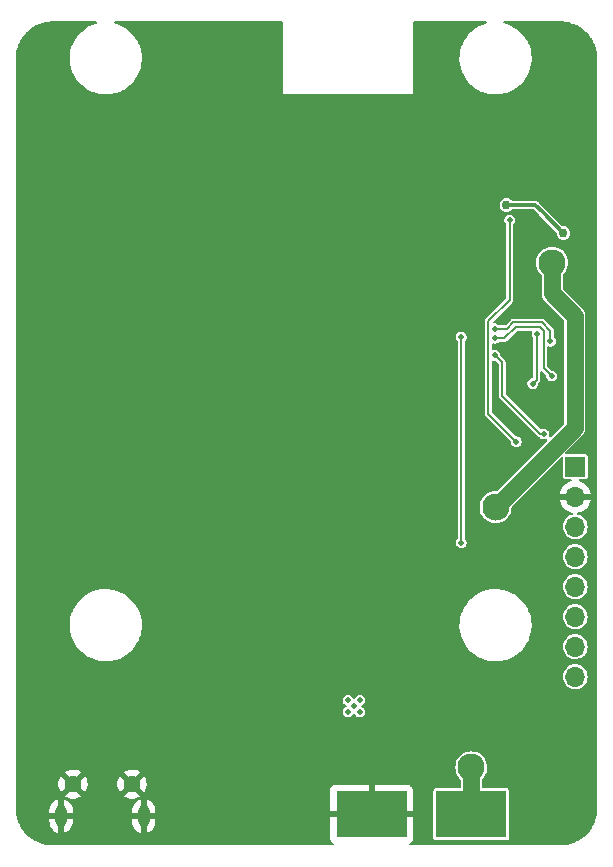
<source format=gbr>
G04 #@! TF.GenerationSoftware,KiCad,Pcbnew,(5.99.0-9568-gb9d26a55f2)*
G04 #@! TF.CreationDate,2021-03-17T08:28:42+01:00*
G04 #@! TF.ProjectId,rpi_cm4_drone_carrier_v01,7270695f-636d-4345-9f64-726f6e655f63,v01*
G04 #@! TF.SameCoordinates,Original*
G04 #@! TF.FileFunction,Copper,L2,Bot*
G04 #@! TF.FilePolarity,Positive*
%FSLAX46Y46*%
G04 Gerber Fmt 4.6, Leading zero omitted, Abs format (unit mm)*
G04 Created by KiCad (PCBNEW (5.99.0-9568-gb9d26a55f2)) date 2021-03-17 08:28:42*
%MOMM*%
%LPD*%
G01*
G04 APERTURE LIST*
G04 #@! TA.AperFunction,ComponentPad*
%ADD10C,0.499999*%
G04 #@! TD*
G04 #@! TA.AperFunction,ComponentPad*
%ADD11O,0.950000X1.900000*%
G04 #@! TD*
G04 #@! TA.AperFunction,ComponentPad*
%ADD12C,1.450000*%
G04 #@! TD*
G04 #@! TA.AperFunction,ComponentPad*
%ADD13R,1.700000X1.700000*%
G04 #@! TD*
G04 #@! TA.AperFunction,ComponentPad*
%ADD14O,1.700000X1.700000*%
G04 #@! TD*
G04 #@! TA.AperFunction,SMDPad,CuDef*
%ADD15R,6.000000X4.000000*%
G04 #@! TD*
G04 #@! TA.AperFunction,ViaPad*
%ADD16C,0.508000*%
G04 #@! TD*
G04 #@! TA.AperFunction,ViaPad*
%ADD17C,2.300000*%
G04 #@! TD*
G04 #@! TA.AperFunction,ViaPad*
%ADD18C,0.750000*%
G04 #@! TD*
G04 #@! TA.AperFunction,Conductor*
%ADD19C,1.400000*%
G04 #@! TD*
G04 #@! TA.AperFunction,Conductor*
%ADD20C,0.300000*%
G04 #@! TD*
G04 #@! TA.AperFunction,Conductor*
%ADD21C,0.200000*%
G04 #@! TD*
G04 APERTURE END LIST*
D10*
X151499998Y-137349999D03*
X151499998Y-136350001D03*
X150500000Y-136350001D03*
X150500000Y-137349999D03*
X150999999Y-136850000D03*
D11*
X126218250Y-146162500D03*
X133218250Y-146162500D03*
D12*
X127218250Y-143462500D03*
X132218250Y-143462500D03*
D13*
X169750000Y-116575000D03*
D14*
X169750000Y-119115000D03*
X169750000Y-121655000D03*
X169750000Y-124195000D03*
X169750000Y-126735000D03*
X169750000Y-129275000D03*
X169750000Y-131815000D03*
X169750000Y-134355000D03*
D15*
X152500000Y-146000000D03*
X160950000Y-146000000D03*
D16*
X149750000Y-85750000D03*
X146800000Y-130700000D03*
X127000000Y-135700000D03*
X156500000Y-81000000D03*
X170500000Y-133000000D03*
X167000000Y-132200000D03*
X129700000Y-134000000D03*
X170500000Y-130500000D03*
X142649999Y-135900000D03*
X167500000Y-125750000D03*
X160100000Y-136300000D03*
X171000000Y-114250000D03*
X156500000Y-82500000D03*
X156500000Y-145750000D03*
X145250000Y-85750000D03*
X159000000Y-90500000D03*
X159000000Y-138500000D03*
X148250000Y-85750000D03*
X167750000Y-123500000D03*
X133900000Y-138500000D03*
X144000000Y-79500000D03*
X165500000Y-114250000D03*
X129700000Y-137600000D03*
X154600000Y-138100000D03*
X135400000Y-124200000D03*
X146750000Y-85750000D03*
X170750000Y-90000000D03*
X171000000Y-107000000D03*
X144000000Y-82500000D03*
X168250000Y-104750000D03*
X166500000Y-148000000D03*
X169250000Y-81250000D03*
X133800000Y-133900000D03*
X139875000Y-140500000D03*
X148149999Y-135900000D03*
X129700000Y-140700000D03*
X155750000Y-85750000D03*
X164000000Y-90500000D03*
X166000000Y-111500000D03*
X165900000Y-107900000D03*
X163400000Y-136900000D03*
X138125000Y-140500000D03*
X160654000Y-106900000D03*
X153120000Y-130830000D03*
X167000000Y-89250000D03*
X164500000Y-134000000D03*
X131800000Y-141500000D03*
X141625000Y-140500000D03*
X167250000Y-96500000D03*
X135500000Y-115500000D03*
X151250000Y-85750000D03*
X166250000Y-100500000D03*
X127300000Y-140900000D03*
X131795600Y-138260000D03*
X165000000Y-123500000D03*
X167500000Y-94500000D03*
X163000000Y-108250000D03*
X156500000Y-79500000D03*
X163500000Y-100000000D03*
X144000000Y-84000000D03*
X156500000Y-84000000D03*
X127000000Y-137900000D03*
X126200000Y-142100000D03*
X154250000Y-85750000D03*
X149000000Y-139300000D03*
X165700000Y-136300000D03*
X164900000Y-144700000D03*
X144000000Y-81000000D03*
X160800000Y-132600000D03*
X132600000Y-124200000D03*
X169500000Y-91500000D03*
X152750000Y-85750000D03*
X161400000Y-118500000D03*
X169750000Y-96500000D03*
X169500000Y-98500000D03*
X152800000Y-138700000D03*
D17*
X160950000Y-142030000D03*
X163000000Y-120000000D03*
X167800000Y-99300000D03*
D18*
X168750000Y-96800000D03*
X163922702Y-94422702D03*
D16*
X164750000Y-114450000D03*
X164195998Y-95700000D03*
X166145980Y-109550000D03*
X166500000Y-105300000D03*
X162950000Y-104900000D03*
X167650000Y-105950000D03*
X162950000Y-105700000D03*
X167750000Y-108900000D03*
X162950000Y-107150000D03*
X167100000Y-113800000D03*
X160100000Y-105600000D03*
X160100000Y-123000000D03*
D19*
X160950000Y-146000000D02*
X160950000Y-142030000D01*
X167800000Y-101900000D02*
X169700000Y-103800000D01*
X167800000Y-99300000D02*
X167800000Y-101900000D01*
X169700000Y-113300000D02*
X163000000Y-120000000D01*
X169700000Y-103800000D02*
X169700000Y-113300000D01*
D20*
X166372702Y-94422702D02*
X163922702Y-94422702D01*
X167000000Y-95050000D02*
X166372702Y-94422702D01*
X168750000Y-96800000D02*
X167000000Y-95050000D01*
D21*
X164205167Y-95709169D02*
X164195998Y-95700000D01*
X164200000Y-102450000D02*
X164205167Y-102444833D01*
X162395989Y-104404011D02*
X162395989Y-104254011D01*
X162395989Y-104634074D02*
X162395989Y-104404011D01*
X164750000Y-114450000D02*
X162395989Y-112095989D01*
X162395989Y-112095989D02*
X162395989Y-104634074D01*
X164205167Y-102444833D02*
X164205167Y-95709169D01*
X162395989Y-104254011D02*
X164200000Y-102450000D01*
X166500000Y-109195980D02*
X166500000Y-105300000D01*
X166145980Y-109550000D02*
X166500000Y-109195980D01*
X163950000Y-104900000D02*
X162950000Y-104900000D01*
X167650000Y-105064349D02*
X166931620Y-104345969D01*
X167650000Y-105950000D02*
X167650000Y-105064349D01*
X164504031Y-104345969D02*
X163950000Y-104900000D01*
X166931620Y-104345969D02*
X164504031Y-104345969D01*
X167095989Y-106269926D02*
X167100000Y-106265915D01*
X167095989Y-105076052D02*
X166765926Y-104745989D01*
X167095989Y-108245989D02*
X167095989Y-106269926D01*
X163750000Y-105700000D02*
X162950000Y-105700000D01*
X166765926Y-104745989D02*
X164704011Y-104745989D01*
X167750000Y-108900000D02*
X167095989Y-108245989D01*
X164704011Y-104745989D02*
X163750000Y-105700000D01*
X167095989Y-106215926D02*
X167095989Y-105076052D01*
X167100000Y-106265915D02*
X167100000Y-106219937D01*
X167100000Y-106219937D02*
X167095989Y-106215926D01*
X166800000Y-113800000D02*
X163554011Y-110554011D01*
X163554011Y-110554011D02*
X163554011Y-107754011D01*
X163554011Y-107754011D02*
X162950000Y-107150000D01*
X167100000Y-113800000D02*
X166800000Y-113800000D01*
X160100000Y-123000000D02*
X160100000Y-105600000D01*
G04 #@! TA.AperFunction,Conductor*
G36*
X168423012Y-78862369D02*
G01*
X168426475Y-78863634D01*
X168432044Y-78864187D01*
X168432045Y-78864187D01*
X168434046Y-78864386D01*
X168434057Y-78864387D01*
X168435955Y-78864575D01*
X168463588Y-78864921D01*
X168609888Y-78866750D01*
X168613426Y-78866865D01*
X168625994Y-78867523D01*
X168692685Y-78871014D01*
X168697259Y-78871373D01*
X168949870Y-78897894D01*
X168954481Y-78898500D01*
X169016301Y-78908281D01*
X169020877Y-78909129D01*
X169201215Y-78947417D01*
X169269331Y-78961879D01*
X169273839Y-78962960D01*
X169312129Y-78973208D01*
X169334266Y-78979133D01*
X169338729Y-78980454D01*
X169580350Y-79058870D01*
X169584735Y-79060420D01*
X169643139Y-79082813D01*
X169647422Y-79084585D01*
X169879509Y-79187791D01*
X169883709Y-79189792D01*
X169939499Y-79218181D01*
X169943574Y-79220391D01*
X170077267Y-79297478D01*
X170163601Y-79347258D01*
X170167570Y-79349687D01*
X170220067Y-79383732D01*
X170223905Y-79386366D01*
X170429486Y-79535516D01*
X170433181Y-79538347D01*
X170481825Y-79577679D01*
X170485366Y-79580699D01*
X170674271Y-79750518D01*
X170677651Y-79753720D01*
X170721909Y-79797904D01*
X170725115Y-79801276D01*
X170895251Y-79989886D01*
X170898258Y-79993399D01*
X170937727Y-80042044D01*
X170940528Y-80045688D01*
X171032938Y-80172608D01*
X171090037Y-80251030D01*
X171092677Y-80254863D01*
X171126796Y-80307278D01*
X171129233Y-80311244D01*
X171256484Y-80531076D01*
X171258710Y-80535164D01*
X171287182Y-80590880D01*
X171289190Y-80595078D01*
X171392791Y-80826991D01*
X171394569Y-80831268D01*
X171417069Y-80889655D01*
X171418621Y-80894018D01*
X171497444Y-81135497D01*
X171498771Y-81139956D01*
X171507402Y-81171983D01*
X171515053Y-81200378D01*
X171516137Y-81204860D01*
X171569315Y-81453250D01*
X171570170Y-81457825D01*
X171580050Y-81519594D01*
X171580663Y-81524191D01*
X171602669Y-81730418D01*
X171607614Y-81776764D01*
X171607986Y-81781403D01*
X171612268Y-81860620D01*
X171612389Y-81864152D01*
X171614466Y-82010392D01*
X171615121Y-82014008D01*
X171617576Y-82027567D01*
X171619000Y-82043425D01*
X171619000Y-145407301D01*
X171617046Y-145425848D01*
X171616526Y-145428289D01*
X171614682Y-145433575D01*
X171613880Y-145443068D01*
X171613884Y-145444994D01*
X171614238Y-145615739D01*
X171614173Y-145619316D01*
X171611091Y-145700112D01*
X171610786Y-145704827D01*
X171605348Y-145764286D01*
X171587813Y-145955984D01*
X171587264Y-145960628D01*
X171579475Y-146014226D01*
X171578116Y-146023577D01*
X171577312Y-146028232D01*
X171527860Y-146275469D01*
X171526811Y-146280077D01*
X171511046Y-146341684D01*
X171509753Y-146346228D01*
X171434373Y-146586832D01*
X171432841Y-146591303D01*
X171410634Y-146650893D01*
X171408867Y-146655275D01*
X171370269Y-146744128D01*
X171322459Y-146854187D01*
X171308409Y-146886529D01*
X171306412Y-146890812D01*
X171278012Y-146947716D01*
X171275791Y-146951886D01*
X171151373Y-147171210D01*
X171148934Y-147175255D01*
X171114653Y-147228843D01*
X171112034Y-147232708D01*
X170979717Y-147417185D01*
X170965063Y-147437616D01*
X170962208Y-147441381D01*
X170922460Y-147491008D01*
X170919409Y-147494616D01*
X170751574Y-147682761D01*
X170748359Y-147686180D01*
X170711289Y-147723539D01*
X170703513Y-147731376D01*
X170700096Y-147734641D01*
X170513284Y-147903914D01*
X170509700Y-147906992D01*
X170460368Y-147947138D01*
X170456625Y-147950023D01*
X170252872Y-148098579D01*
X170248982Y-148101260D01*
X170195720Y-148135920D01*
X170191692Y-148138392D01*
X169973322Y-148264524D01*
X169969170Y-148266777D01*
X169938936Y-148282162D01*
X169912494Y-148295617D01*
X169908276Y-148297624D01*
X169691069Y-148393996D01*
X169677765Y-148399899D01*
X169673395Y-148401700D01*
X169614005Y-148424359D01*
X169609549Y-148425926D01*
X169518824Y-148455128D01*
X169369494Y-148503193D01*
X169364997Y-148504509D01*
X169303466Y-148520765D01*
X169298918Y-148521838D01*
X169054784Y-148572648D01*
X169052074Y-148573212D01*
X169047425Y-148574051D01*
X168984510Y-148583695D01*
X168979838Y-148584285D01*
X168787053Y-148603432D01*
X168728959Y-148609202D01*
X168724247Y-148609544D01*
X168689805Y-148611126D01*
X168643385Y-148613258D01*
X168639826Y-148613351D01*
X168530792Y-148613973D01*
X168498557Y-148614157D01*
X168498556Y-148614157D01*
X168494886Y-148614178D01*
X168491266Y-148614802D01*
X168491264Y-148614802D01*
X168474407Y-148617707D01*
X168459293Y-148619000D01*
X155779138Y-148619000D01*
X155721932Y-148598178D01*
X155691492Y-148545455D01*
X155702064Y-148485500D01*
X155731023Y-148455128D01*
X155830592Y-148391139D01*
X155840111Y-148382891D01*
X155927392Y-148282162D01*
X155934209Y-148271556D01*
X155989574Y-148150323D01*
X155993126Y-148138225D01*
X156012548Y-148003145D01*
X156013000Y-147996820D01*
X156013000Y-146269694D01*
X156008624Y-146257671D01*
X156002266Y-146254000D01*
X149002694Y-146254000D01*
X148990671Y-146258376D01*
X148987000Y-146264734D01*
X148987000Y-147998414D01*
X148987113Y-148001584D01*
X148991882Y-148068250D01*
X148993566Y-148077584D01*
X149031565Y-148206999D01*
X149036800Y-148218463D01*
X149108861Y-148330592D01*
X149117109Y-148340111D01*
X149217838Y-148427392D01*
X149228444Y-148434209D01*
X149260927Y-148449043D01*
X149304315Y-148491748D01*
X149310102Y-148552352D01*
X149275580Y-148602497D01*
X149223957Y-148619000D01*
X125800160Y-148618999D01*
X125559420Y-148618999D01*
X125541633Y-148616992D01*
X125538104Y-148615702D01*
X125532535Y-148615149D01*
X125532532Y-148615148D01*
X125530528Y-148614949D01*
X125530524Y-148614949D01*
X125528624Y-148614760D01*
X125399980Y-148613130D01*
X125355386Y-148612565D01*
X125351826Y-148612448D01*
X125272581Y-148608268D01*
X125267909Y-148607898D01*
X125016715Y-148581332D01*
X125012067Y-148580717D01*
X124961439Y-148572648D01*
X124950264Y-148570867D01*
X124945676Y-148570011D01*
X124698662Y-148517170D01*
X124694103Y-148516069D01*
X124633723Y-148499785D01*
X124629230Y-148498445D01*
X124389124Y-148419911D01*
X124384710Y-148418337D01*
X124326396Y-148395801D01*
X124322067Y-148393996D01*
X124091574Y-148290654D01*
X124087348Y-148288624D01*
X124031695Y-148260062D01*
X124027581Y-148257812D01*
X124011049Y-148248195D01*
X123809238Y-148130803D01*
X123805254Y-148128342D01*
X123752903Y-148094078D01*
X123749092Y-148091438D01*
X123545304Y-147942159D01*
X123541600Y-147939292D01*
X123502056Y-147906992D01*
X123493115Y-147899689D01*
X123489587Y-147896648D01*
X123366786Y-147785061D01*
X123302651Y-147726782D01*
X123299266Y-147723539D01*
X123255252Y-147679094D01*
X123252041Y-147675676D01*
X123248474Y-147671672D01*
X123218600Y-147638145D01*
X123084004Y-147487086D01*
X123080979Y-147483506D01*
X123047250Y-147441381D01*
X123041881Y-147434675D01*
X123039071Y-147430970D01*
X122902654Y-147240877D01*
X122891775Y-147225717D01*
X122889143Y-147221837D01*
X122855409Y-147169181D01*
X122852985Y-147165169D01*
X122771795Y-147022407D01*
X122728103Y-146945580D01*
X122725899Y-146941456D01*
X122725361Y-146940381D01*
X122697888Y-146885539D01*
X122695900Y-146881294D01*
X122594813Y-146649806D01*
X122593061Y-146645487D01*
X122571066Y-146586883D01*
X122569539Y-146582463D01*
X122520439Y-146427234D01*
X125235250Y-146427234D01*
X125235250Y-146684465D01*
X125235479Y-146688974D01*
X125249974Y-146831675D01*
X125251780Y-146840472D01*
X125308794Y-147022407D01*
X125312332Y-147030662D01*
X125404767Y-147197418D01*
X125409892Y-147204791D01*
X125533975Y-147349562D01*
X125540464Y-147355742D01*
X125691132Y-147472612D01*
X125698732Y-147477361D01*
X125869813Y-147561543D01*
X125878226Y-147564672D01*
X125949064Y-147583124D01*
X125961800Y-147581920D01*
X125963705Y-147579988D01*
X125964250Y-147577490D01*
X125964250Y-146432194D01*
X125962445Y-146427234D01*
X126472250Y-146427234D01*
X126472250Y-147575714D01*
X126476626Y-147587737D01*
X126476918Y-147587906D01*
X126483322Y-147587334D01*
X126647130Y-147527066D01*
X126655194Y-147523132D01*
X126817240Y-147422658D01*
X126824348Y-147417185D01*
X126962886Y-147286177D01*
X126968746Y-147279388D01*
X127078114Y-147123194D01*
X127082486Y-147115370D01*
X127158210Y-146940381D01*
X127160925Y-146931825D01*
X127200137Y-146744128D01*
X127201017Y-146737354D01*
X127201190Y-146734057D01*
X127201250Y-146731766D01*
X127201250Y-146432194D01*
X127199445Y-146427234D01*
X132235250Y-146427234D01*
X132235250Y-146684465D01*
X132235479Y-146688974D01*
X132249974Y-146831675D01*
X132251780Y-146840472D01*
X132308794Y-147022407D01*
X132312332Y-147030662D01*
X132404767Y-147197418D01*
X132409892Y-147204791D01*
X132533975Y-147349562D01*
X132540464Y-147355742D01*
X132691132Y-147472612D01*
X132698732Y-147477361D01*
X132869813Y-147561543D01*
X132878226Y-147564672D01*
X132949064Y-147583124D01*
X132961800Y-147581920D01*
X132963705Y-147579988D01*
X132964250Y-147577490D01*
X132964250Y-146432194D01*
X132962445Y-146427234D01*
X133472250Y-146427234D01*
X133472250Y-147575714D01*
X133476626Y-147587737D01*
X133476918Y-147587906D01*
X133483322Y-147587334D01*
X133647130Y-147527066D01*
X133655194Y-147523132D01*
X133817240Y-147422658D01*
X133824348Y-147417185D01*
X133962886Y-147286177D01*
X133968746Y-147279388D01*
X134078114Y-147123194D01*
X134082486Y-147115370D01*
X134158210Y-146940381D01*
X134160925Y-146931825D01*
X134200137Y-146744128D01*
X134201017Y-146737354D01*
X134201190Y-146734057D01*
X134201250Y-146731766D01*
X134201250Y-146432194D01*
X134196874Y-146420171D01*
X134190516Y-146416500D01*
X133487944Y-146416500D01*
X133475921Y-146420876D01*
X133472250Y-146427234D01*
X132962445Y-146427234D01*
X132959874Y-146420171D01*
X132953516Y-146416500D01*
X132250944Y-146416500D01*
X132238921Y-146420876D01*
X132235250Y-146427234D01*
X127199445Y-146427234D01*
X127196874Y-146420171D01*
X127190516Y-146416500D01*
X126487944Y-146416500D01*
X126475921Y-146420876D01*
X126472250Y-146427234D01*
X125962445Y-146427234D01*
X125959874Y-146420171D01*
X125953516Y-146416500D01*
X125250944Y-146416500D01*
X125238921Y-146420876D01*
X125235250Y-146427234D01*
X122520439Y-146427234D01*
X122493355Y-146341608D01*
X122492075Y-146337158D01*
X122476373Y-146276592D01*
X122475317Y-146272028D01*
X122474842Y-146269694D01*
X122440993Y-146103551D01*
X122424888Y-146024503D01*
X122424074Y-146019885D01*
X122414833Y-145958025D01*
X122414263Y-145953373D01*
X122390151Y-145701966D01*
X122389826Y-145697289D01*
X122386415Y-145617888D01*
X122386333Y-145614326D01*
X122386272Y-145593234D01*
X125235250Y-145593234D01*
X125235250Y-145892806D01*
X125239626Y-145904829D01*
X125245984Y-145908500D01*
X125948556Y-145908500D01*
X125960579Y-145904124D01*
X125964250Y-145897766D01*
X125964250Y-144749286D01*
X125963604Y-144747510D01*
X126472250Y-144747510D01*
X126472250Y-145892806D01*
X126476626Y-145904829D01*
X126482984Y-145908500D01*
X127185556Y-145908500D01*
X127197579Y-145904124D01*
X127201250Y-145897766D01*
X127201250Y-145640536D01*
X127201021Y-145636026D01*
X127196674Y-145593234D01*
X132235250Y-145593234D01*
X132235250Y-145892806D01*
X132239626Y-145904829D01*
X132245984Y-145908500D01*
X132948556Y-145908500D01*
X132960579Y-145904124D01*
X132964250Y-145897766D01*
X132964250Y-144749286D01*
X132963604Y-144747510D01*
X133472250Y-144747510D01*
X133472250Y-145892806D01*
X133476626Y-145904829D01*
X133482984Y-145908500D01*
X134185556Y-145908500D01*
X134197579Y-145904124D01*
X134201250Y-145897766D01*
X134201250Y-145640536D01*
X134201021Y-145636026D01*
X134186526Y-145493325D01*
X134184720Y-145484528D01*
X134127706Y-145302593D01*
X134124168Y-145294338D01*
X134031733Y-145127582D01*
X134026608Y-145120209D01*
X133902525Y-144975438D01*
X133896036Y-144969258D01*
X133745368Y-144852388D01*
X133737768Y-144847639D01*
X133566687Y-144763457D01*
X133558274Y-144760328D01*
X133487436Y-144741876D01*
X133474700Y-144743080D01*
X133472795Y-144745012D01*
X133472250Y-144747510D01*
X132963604Y-144747510D01*
X132959874Y-144737263D01*
X132959582Y-144737094D01*
X132953178Y-144737666D01*
X132789370Y-144797934D01*
X132781306Y-144801868D01*
X132619260Y-144902342D01*
X132612152Y-144907815D01*
X132473614Y-145038823D01*
X132467754Y-145045612D01*
X132358386Y-145201806D01*
X132354014Y-145209630D01*
X132278290Y-145384619D01*
X132275575Y-145393175D01*
X132236363Y-145580872D01*
X132235483Y-145587646D01*
X132235310Y-145590943D01*
X132235250Y-145593234D01*
X127196674Y-145593234D01*
X127186526Y-145493325D01*
X127184720Y-145484528D01*
X127127706Y-145302593D01*
X127124168Y-145294338D01*
X127031733Y-145127582D01*
X127026608Y-145120209D01*
X126902525Y-144975438D01*
X126896036Y-144969258D01*
X126745368Y-144852388D01*
X126737768Y-144847639D01*
X126566687Y-144763457D01*
X126558274Y-144760328D01*
X126487436Y-144741876D01*
X126474700Y-144743080D01*
X126472795Y-144745012D01*
X126472250Y-144747510D01*
X125963604Y-144747510D01*
X125959874Y-144737263D01*
X125959582Y-144737094D01*
X125953178Y-144737666D01*
X125789370Y-144797934D01*
X125781306Y-144801868D01*
X125619260Y-144902342D01*
X125612152Y-144907815D01*
X125473614Y-145038823D01*
X125467754Y-145045612D01*
X125358386Y-145201806D01*
X125354014Y-145209630D01*
X125278290Y-145384619D01*
X125275575Y-145393175D01*
X125236363Y-145580872D01*
X125235483Y-145587646D01*
X125235310Y-145590943D01*
X125235250Y-145593234D01*
X122386272Y-145593234D01*
X122385922Y-145472505D01*
X122385922Y-145472500D01*
X122385911Y-145468841D01*
X122382251Y-145447238D01*
X122381000Y-145432372D01*
X122381000Y-144496922D01*
X126549225Y-144496922D01*
X126549917Y-144499504D01*
X126551849Y-144501283D01*
X126687709Y-144580674D01*
X126694862Y-144584040D01*
X126894114Y-144656955D01*
X126901729Y-144658996D01*
X127110754Y-144695477D01*
X127118619Y-144696137D01*
X127330796Y-144695027D01*
X127338649Y-144694284D01*
X127547276Y-144655617D01*
X127554880Y-144653494D01*
X127753364Y-144578494D01*
X127760461Y-144575063D01*
X127879085Y-144504067D01*
X127884892Y-144496922D01*
X131549225Y-144496922D01*
X131549917Y-144499504D01*
X131551849Y-144501283D01*
X131687709Y-144580674D01*
X131694862Y-144584040D01*
X131894114Y-144656955D01*
X131901729Y-144658996D01*
X132110754Y-144695477D01*
X132118619Y-144696137D01*
X132330796Y-144695027D01*
X132338649Y-144694284D01*
X132547276Y-144655617D01*
X132554880Y-144653494D01*
X132753364Y-144578494D01*
X132760461Y-144575063D01*
X132879085Y-144504067D01*
X132887152Y-144494141D01*
X132887106Y-144491216D01*
X132885909Y-144489369D01*
X132229346Y-143832806D01*
X132217753Y-143827400D01*
X132210659Y-143829301D01*
X131554631Y-144485329D01*
X131549225Y-144496922D01*
X127884892Y-144496922D01*
X127887152Y-144494141D01*
X127887106Y-144491216D01*
X127885909Y-144489369D01*
X127229346Y-143832806D01*
X127217753Y-143827400D01*
X127210659Y-143829301D01*
X126554631Y-144485329D01*
X126549225Y-144496922D01*
X122381000Y-144496922D01*
X122381000Y-143536264D01*
X125982797Y-143536264D01*
X125983293Y-143544159D01*
X126015386Y-143753882D01*
X126017270Y-143761555D01*
X126085998Y-143962294D01*
X126089207Y-143969501D01*
X126175556Y-144124640D01*
X126185226Y-144133016D01*
X126187391Y-144133050D01*
X126190330Y-144131210D01*
X126847944Y-143473596D01*
X126852886Y-143462997D01*
X127583150Y-143462997D01*
X127585051Y-143470091D01*
X128242938Y-144127978D01*
X128254531Y-144133384D01*
X128256379Y-144132889D01*
X128258967Y-144129989D01*
X128352538Y-143957654D01*
X128355676Y-143950403D01*
X128422296Y-143748963D01*
X128424100Y-143741271D01*
X128453276Y-143536264D01*
X130982797Y-143536264D01*
X130983293Y-143544159D01*
X131015386Y-143753882D01*
X131017270Y-143761555D01*
X131085998Y-143962294D01*
X131089207Y-143969501D01*
X131175556Y-144124640D01*
X131185226Y-144133016D01*
X131187391Y-144133050D01*
X131190330Y-144131210D01*
X131847944Y-143473596D01*
X131852886Y-143462997D01*
X132583150Y-143462997D01*
X132585051Y-143470091D01*
X133242938Y-144127978D01*
X133254531Y-144133384D01*
X133256379Y-144132889D01*
X133258967Y-144129989D01*
X133327821Y-144003177D01*
X148987000Y-144003177D01*
X148987000Y-145730306D01*
X148991376Y-145742329D01*
X148997734Y-145746000D01*
X152230306Y-145746000D01*
X152242329Y-145741624D01*
X152246000Y-145735266D01*
X152246000Y-143502694D01*
X152244195Y-143497734D01*
X152754000Y-143497734D01*
X152754000Y-145730306D01*
X152758376Y-145742329D01*
X152764734Y-145746000D01*
X155997306Y-145746000D01*
X156009329Y-145741624D01*
X156013000Y-145735266D01*
X156013000Y-144001586D01*
X156012943Y-144000000D01*
X157744500Y-144000000D01*
X157744500Y-148000000D01*
X157760143Y-148078641D01*
X157804690Y-148145310D01*
X157871359Y-148189857D01*
X157950000Y-148205500D01*
X163950000Y-148205500D01*
X164028641Y-148189857D01*
X164095310Y-148145310D01*
X164139857Y-148078641D01*
X164155500Y-148000000D01*
X164155500Y-144000000D01*
X164139857Y-143921359D01*
X164095310Y-143854690D01*
X164028641Y-143810143D01*
X163950000Y-143794500D01*
X161939500Y-143794500D01*
X161882292Y-143773678D01*
X161851852Y-143720955D01*
X161850500Y-143705500D01*
X161850500Y-143076038D01*
X161871322Y-143018830D01*
X161876567Y-143013105D01*
X161988373Y-142901299D01*
X162123897Y-142707750D01*
X162223753Y-142493608D01*
X162242138Y-142424994D01*
X162283900Y-142269139D01*
X162283900Y-142269137D01*
X162284907Y-142265380D01*
X162305500Y-142030000D01*
X162284907Y-141794620D01*
X162223753Y-141566392D01*
X162123897Y-141352250D01*
X161988373Y-141158701D01*
X161821299Y-140991627D01*
X161627750Y-140856103D01*
X161413608Y-140756247D01*
X161382083Y-140747800D01*
X161189139Y-140696100D01*
X161189137Y-140696100D01*
X161185380Y-140695093D01*
X160950000Y-140674500D01*
X160714620Y-140695093D01*
X160710863Y-140696100D01*
X160710861Y-140696100D01*
X160517917Y-140747800D01*
X160486392Y-140756247D01*
X160272250Y-140856103D01*
X160078701Y-140991627D01*
X159911627Y-141158701D01*
X159776103Y-141352250D01*
X159676247Y-141566392D01*
X159615093Y-141794620D01*
X159594500Y-142030000D01*
X159615093Y-142265380D01*
X159616100Y-142269137D01*
X159616100Y-142269139D01*
X159657862Y-142424994D01*
X159676247Y-142493608D01*
X159776103Y-142707750D01*
X159911627Y-142901299D01*
X160023433Y-143013105D01*
X160049161Y-143068281D01*
X160049500Y-143076038D01*
X160049500Y-143705500D01*
X160028678Y-143762708D01*
X159975955Y-143793148D01*
X159960500Y-143794500D01*
X157950000Y-143794500D01*
X157871359Y-143810143D01*
X157804690Y-143854690D01*
X157760143Y-143921359D01*
X157744500Y-144000000D01*
X156012943Y-144000000D01*
X156012887Y-143998416D01*
X156008118Y-143931750D01*
X156006434Y-143922416D01*
X155968435Y-143793001D01*
X155963200Y-143781537D01*
X155891139Y-143669408D01*
X155882891Y-143659889D01*
X155782162Y-143572608D01*
X155771556Y-143565791D01*
X155650323Y-143510426D01*
X155638225Y-143506874D01*
X155503145Y-143487452D01*
X155496823Y-143487000D01*
X152769694Y-143487000D01*
X152757671Y-143491376D01*
X152754000Y-143497734D01*
X152244195Y-143497734D01*
X152241624Y-143490671D01*
X152235266Y-143487000D01*
X149501586Y-143487000D01*
X149498416Y-143487113D01*
X149431750Y-143491882D01*
X149422416Y-143493566D01*
X149293001Y-143531565D01*
X149281537Y-143536800D01*
X149169408Y-143608861D01*
X149159889Y-143617109D01*
X149072608Y-143717838D01*
X149065791Y-143728444D01*
X149010426Y-143849677D01*
X149006874Y-143861775D01*
X148987452Y-143996855D01*
X148987000Y-144003177D01*
X133327821Y-144003177D01*
X133352538Y-143957654D01*
X133355676Y-143950403D01*
X133422296Y-143748963D01*
X133424100Y-143741271D01*
X133454192Y-143529831D01*
X133454620Y-143524725D01*
X133456183Y-143465062D01*
X133456023Y-143459954D01*
X133437035Y-143247207D01*
X133435641Y-143239456D01*
X133379651Y-143034792D01*
X133376896Y-143027386D01*
X133285555Y-142835884D01*
X133281539Y-142829092D01*
X133261147Y-142800713D01*
X133250580Y-142793505D01*
X133245998Y-142793962D01*
X132588556Y-143451404D01*
X132583150Y-143462997D01*
X131852886Y-143462997D01*
X131853350Y-143462003D01*
X131851449Y-143454909D01*
X131196367Y-142799827D01*
X131184774Y-142794421D01*
X131181461Y-142795309D01*
X131180531Y-142796288D01*
X131117290Y-142897102D01*
X131113705Y-142904139D01*
X131034570Y-143100994D01*
X131032283Y-143108565D01*
X130989260Y-143316322D01*
X130988351Y-143324179D01*
X130982797Y-143536264D01*
X128453276Y-143536264D01*
X128454192Y-143529831D01*
X128454620Y-143524725D01*
X128456183Y-143465062D01*
X128456023Y-143459954D01*
X128437035Y-143247207D01*
X128435641Y-143239456D01*
X128379651Y-143034792D01*
X128376896Y-143027386D01*
X128285555Y-142835884D01*
X128281539Y-142829092D01*
X128261147Y-142800713D01*
X128250580Y-142793505D01*
X128245998Y-142793962D01*
X127588556Y-143451404D01*
X127583150Y-143462997D01*
X126852886Y-143462997D01*
X126853350Y-143462003D01*
X126851449Y-143454909D01*
X126196367Y-142799827D01*
X126184774Y-142794421D01*
X126181461Y-142795309D01*
X126180531Y-142796288D01*
X126117290Y-142897102D01*
X126113705Y-142904139D01*
X126034570Y-143100994D01*
X126032283Y-143108565D01*
X125989260Y-143316322D01*
X125988351Y-143324179D01*
X125982797Y-143536264D01*
X122381000Y-143536264D01*
X122381000Y-142428321D01*
X126547620Y-142428321D01*
X126548278Y-142433318D01*
X127207154Y-143092194D01*
X127218747Y-143097600D01*
X127225841Y-143095699D01*
X127880867Y-142440673D01*
X127886273Y-142429080D01*
X127886070Y-142428321D01*
X131547620Y-142428321D01*
X131548278Y-142433318D01*
X132207154Y-143092194D01*
X132218747Y-143097600D01*
X132225841Y-143095699D01*
X132880867Y-142440673D01*
X132886273Y-142429080D01*
X132885191Y-142425041D01*
X132885142Y-142424994D01*
X132817955Y-142379845D01*
X132811028Y-142376037D01*
X132616753Y-142290757D01*
X132609268Y-142288238D01*
X132402958Y-142238707D01*
X132395138Y-142237552D01*
X132183324Y-142225339D01*
X132175424Y-142225588D01*
X131964790Y-142251077D01*
X131957072Y-142252717D01*
X131754271Y-142315107D01*
X131746959Y-142318091D01*
X131558420Y-142415403D01*
X131554105Y-142418141D01*
X131547620Y-142428321D01*
X127886070Y-142428321D01*
X127885191Y-142425041D01*
X127885142Y-142424994D01*
X127817955Y-142379845D01*
X127811028Y-142376037D01*
X127616753Y-142290757D01*
X127609268Y-142288238D01*
X127402958Y-142238707D01*
X127395138Y-142237552D01*
X127183324Y-142225339D01*
X127175424Y-142225588D01*
X126964790Y-142251077D01*
X126957072Y-142252717D01*
X126754271Y-142315107D01*
X126746959Y-142318091D01*
X126558420Y-142415403D01*
X126554105Y-142418141D01*
X126547620Y-142428321D01*
X122381000Y-142428321D01*
X122381000Y-136414181D01*
X150049045Y-136414181D01*
X150050950Y-136420550D01*
X150073728Y-136496714D01*
X150087852Y-136543943D01*
X150163099Y-136656558D01*
X150168259Y-136660759D01*
X150168261Y-136660761D01*
X150222727Y-136705103D01*
X150268132Y-136742068D01*
X150330856Y-136767474D01*
X150376062Y-136808250D01*
X150384482Y-136868545D01*
X150352175Y-136920145D01*
X150329555Y-136932969D01*
X150280527Y-136951936D01*
X150280525Y-136951937D01*
X150274319Y-136954338D01*
X150167956Y-137038188D01*
X150090949Y-137149607D01*
X150088942Y-137155953D01*
X150069932Y-137216064D01*
X150050109Y-137278743D01*
X150049045Y-137414179D01*
X150050950Y-137420548D01*
X150073728Y-137496712D01*
X150087852Y-137543941D01*
X150163099Y-137656556D01*
X150168259Y-137660757D01*
X150168261Y-137660759D01*
X150222727Y-137705101D01*
X150268132Y-137742066D01*
X150274300Y-137744564D01*
X150274301Y-137744565D01*
X150306816Y-137757735D01*
X150393666Y-137792913D01*
X150528601Y-137804599D01*
X150535103Y-137803199D01*
X150535105Y-137803199D01*
X150616375Y-137785702D01*
X150661007Y-137776093D01*
X150721767Y-137742066D01*
X150773375Y-137713165D01*
X150773378Y-137713163D01*
X150779179Y-137709914D01*
X150830079Y-137656556D01*
X150868075Y-137616726D01*
X150868076Y-137616725D01*
X150872666Y-137611913D01*
X150919522Y-137518140D01*
X150963719Y-137476272D01*
X151024488Y-137472609D01*
X151073395Y-137508865D01*
X151084405Y-137532423D01*
X151087850Y-137543941D01*
X151163097Y-137656556D01*
X151168257Y-137660757D01*
X151168259Y-137660759D01*
X151222725Y-137705101D01*
X151268130Y-137742066D01*
X151274298Y-137744564D01*
X151274299Y-137744565D01*
X151306814Y-137757735D01*
X151393664Y-137792913D01*
X151528599Y-137804599D01*
X151535101Y-137803199D01*
X151535103Y-137803199D01*
X151616373Y-137785702D01*
X151661005Y-137776093D01*
X151721765Y-137742066D01*
X151773373Y-137713165D01*
X151773376Y-137713163D01*
X151779177Y-137709914D01*
X151830077Y-137656556D01*
X151868073Y-137616726D01*
X151868074Y-137616725D01*
X151872664Y-137611913D01*
X151933203Y-137490756D01*
X151955441Y-137357154D01*
X151955497Y-137349999D01*
X151947617Y-137297587D01*
X151936350Y-137222642D01*
X151935361Y-137216064D01*
X151906496Y-137155953D01*
X151879614Y-137099972D01*
X151879613Y-137099970D01*
X151876732Y-137093971D01*
X151825167Y-137038188D01*
X151789312Y-136999400D01*
X151789310Y-136999399D01*
X151784795Y-136994514D01*
X151667678Y-136926487D01*
X151669494Y-136923360D01*
X151633946Y-136891891D01*
X151624964Y-136831678D01*
X151656788Y-136779779D01*
X151668685Y-136771794D01*
X151773373Y-136713167D01*
X151773376Y-136713165D01*
X151779177Y-136709916D01*
X151830077Y-136656558D01*
X151868073Y-136616728D01*
X151868074Y-136616727D01*
X151872664Y-136611915D01*
X151933203Y-136490758D01*
X151955441Y-136357156D01*
X151955497Y-136350001D01*
X151954977Y-136346542D01*
X151936350Y-136222644D01*
X151935361Y-136216066D01*
X151932481Y-136210068D01*
X151879614Y-136099974D01*
X151879613Y-136099972D01*
X151876732Y-136093973D01*
X151825167Y-136038190D01*
X151789312Y-135999402D01*
X151789310Y-135999401D01*
X151784795Y-135994516D01*
X151722724Y-135958462D01*
X151673434Y-135929832D01*
X151673432Y-135929831D01*
X151667678Y-135926489D01*
X151535736Y-135895906D01*
X151472960Y-135900351D01*
X151407265Y-135905002D01*
X151407262Y-135905003D01*
X151400634Y-135905472D01*
X151394433Y-135907871D01*
X151280525Y-135951938D01*
X151280523Y-135951939D01*
X151274317Y-135954340D01*
X151167954Y-136038190D01*
X151090947Y-136149609D01*
X151088940Y-136155955D01*
X151084277Y-136170699D01*
X151047174Y-136218966D01*
X150987726Y-136232090D01*
X150933750Y-136203932D01*
X150919191Y-136182388D01*
X150879616Y-136099974D01*
X150879615Y-136099972D01*
X150876734Y-136093973D01*
X150825169Y-136038190D01*
X150789314Y-135999402D01*
X150789312Y-135999401D01*
X150784797Y-135994516D01*
X150722726Y-135958462D01*
X150673436Y-135929832D01*
X150673434Y-135929831D01*
X150667680Y-135926489D01*
X150535738Y-135895906D01*
X150472962Y-135900351D01*
X150407267Y-135905002D01*
X150407264Y-135905003D01*
X150400636Y-135905472D01*
X150394435Y-135907871D01*
X150280527Y-135951938D01*
X150280525Y-135951939D01*
X150274319Y-135954340D01*
X150167956Y-136038190D01*
X150090949Y-136149609D01*
X150088942Y-136155955D01*
X150069932Y-136216066D01*
X150050109Y-136278745D01*
X150050057Y-136285398D01*
X150049189Y-136395905D01*
X150049045Y-136414181D01*
X122381000Y-136414181D01*
X122381000Y-134340263D01*
X168694603Y-134340263D01*
X168711840Y-134545538D01*
X168768621Y-134743555D01*
X168862782Y-134926773D01*
X168990737Y-135088212D01*
X169147612Y-135221723D01*
X169151404Y-135223842D01*
X169151405Y-135223843D01*
X169323636Y-135320100D01*
X169323640Y-135320102D01*
X169327432Y-135322221D01*
X169331567Y-135323565D01*
X169331568Y-135323565D01*
X169519207Y-135384533D01*
X169519209Y-135384533D01*
X169523347Y-135385878D01*
X169727895Y-135410269D01*
X169732224Y-135409936D01*
X169732228Y-135409936D01*
X169928950Y-135394799D01*
X169928954Y-135394798D01*
X169933286Y-135394465D01*
X169937474Y-135393296D01*
X169937478Y-135393295D01*
X170054484Y-135360626D01*
X170131695Y-135339068D01*
X170135578Y-135337107D01*
X170135582Y-135337105D01*
X170224590Y-135292143D01*
X170315565Y-135246188D01*
X170403876Y-135177192D01*
X170474461Y-135122045D01*
X170474465Y-135122042D01*
X170477893Y-135119363D01*
X170612496Y-134963424D01*
X170714247Y-134784311D01*
X170729199Y-134739365D01*
X170777894Y-134592979D01*
X170779270Y-134588844D01*
X170805088Y-134384471D01*
X170805500Y-134355000D01*
X170785398Y-134149986D01*
X170725858Y-133952780D01*
X170723814Y-133948936D01*
X170723812Y-133948931D01*
X170631191Y-133774738D01*
X170629148Y-133770895D01*
X170498952Y-133611259D01*
X170444103Y-133565884D01*
X170343576Y-133482720D01*
X170343571Y-133482717D01*
X170340228Y-133479951D01*
X170159023Y-133381973D01*
X170136911Y-133375128D01*
X170094874Y-133362116D01*
X169962238Y-133321058D01*
X169859803Y-133310292D01*
X169761703Y-133299981D01*
X169761698Y-133299981D01*
X169757369Y-133299526D01*
X169552219Y-133318196D01*
X169354603Y-133376357D01*
X169343861Y-133381973D01*
X169175908Y-133469776D01*
X169175904Y-133469779D01*
X169172047Y-133471795D01*
X169011505Y-133600874D01*
X168879093Y-133758677D01*
X168779853Y-133939194D01*
X168778538Y-133943341D01*
X168778537Y-133943342D01*
X168718879Y-134131405D01*
X168718878Y-134131410D01*
X168717565Y-134135549D01*
X168717080Y-134139869D01*
X168717080Y-134139871D01*
X168715459Y-134154323D01*
X168694603Y-134340263D01*
X122381000Y-134340263D01*
X122381000Y-130106635D01*
X126946361Y-130106635D01*
X126978062Y-130451632D01*
X127048614Y-130790822D01*
X127049401Y-130793209D01*
X127049403Y-130793216D01*
X127065057Y-130840687D01*
X127157109Y-131119844D01*
X127302154Y-131434470D01*
X127481882Y-131730654D01*
X127693985Y-132004588D01*
X127935734Y-132252751D01*
X127957677Y-132270679D01*
X128202063Y-132470351D01*
X128202069Y-132470356D01*
X128204022Y-132471951D01*
X128495400Y-132659372D01*
X128806121Y-132812603D01*
X128808483Y-132813451D01*
X128808490Y-132813454D01*
X128966734Y-132870269D01*
X129132191Y-132929674D01*
X129469418Y-133009080D01*
X129813466Y-133049801D01*
X130017434Y-133050691D01*
X130157388Y-133051302D01*
X130159913Y-133051313D01*
X130273059Y-133038921D01*
X130501787Y-133013872D01*
X130501795Y-133013871D01*
X130504303Y-133013596D01*
X130506769Y-133013038D01*
X130506775Y-133013037D01*
X130682158Y-132973351D01*
X130842210Y-132937135D01*
X130844583Y-132936306D01*
X130844591Y-132936304D01*
X131166898Y-132823749D01*
X131169289Y-132822914D01*
X131481336Y-132672401D01*
X131678163Y-132548212D01*
X131772210Y-132488873D01*
X131772214Y-132488870D01*
X131774338Y-132487530D01*
X131795743Y-132470351D01*
X132042566Y-132272255D01*
X132042571Y-132272250D01*
X132044529Y-132270679D01*
X132164269Y-132149889D01*
X132286664Y-132026422D01*
X132286668Y-132026417D01*
X132288434Y-132024636D01*
X132289988Y-132022665D01*
X132289994Y-132022658D01*
X132403727Y-131878388D01*
X132502919Y-131752563D01*
X132685226Y-131457959D01*
X132792316Y-131230895D01*
X132831933Y-131146894D01*
X132831934Y-131146891D01*
X132833010Y-131144610D01*
X132842228Y-131117456D01*
X132943565Y-130818928D01*
X132943566Y-130818924D01*
X132944373Y-130816547D01*
X133017882Y-130477986D01*
X133032757Y-130330269D01*
X133052416Y-130135028D01*
X133052416Y-130135025D01*
X133052592Y-130133279D01*
X133053173Y-130106635D01*
X159946361Y-130106635D01*
X159978062Y-130451632D01*
X160048614Y-130790822D01*
X160049401Y-130793209D01*
X160049403Y-130793216D01*
X160065057Y-130840687D01*
X160157109Y-131119844D01*
X160302154Y-131434470D01*
X160481882Y-131730654D01*
X160693985Y-132004588D01*
X160935734Y-132252751D01*
X160957677Y-132270679D01*
X161202063Y-132470351D01*
X161202069Y-132470356D01*
X161204022Y-132471951D01*
X161495400Y-132659372D01*
X161806121Y-132812603D01*
X161808483Y-132813451D01*
X161808490Y-132813454D01*
X161966734Y-132870269D01*
X162132191Y-132929674D01*
X162469418Y-133009080D01*
X162813466Y-133049801D01*
X163017434Y-133050691D01*
X163157388Y-133051302D01*
X163159913Y-133051313D01*
X163273059Y-133038921D01*
X163501787Y-133013872D01*
X163501795Y-133013871D01*
X163504303Y-133013596D01*
X163506769Y-133013038D01*
X163506775Y-133013037D01*
X163682158Y-132973351D01*
X163842210Y-132937135D01*
X163844583Y-132936306D01*
X163844591Y-132936304D01*
X164166898Y-132823749D01*
X164169289Y-132822914D01*
X164481336Y-132672401D01*
X164678163Y-132548212D01*
X164772210Y-132488873D01*
X164772214Y-132488870D01*
X164774338Y-132487530D01*
X164795743Y-132470351D01*
X165042566Y-132272255D01*
X165042571Y-132272250D01*
X165044529Y-132270679D01*
X165164269Y-132149889D01*
X165286664Y-132026422D01*
X165286668Y-132026417D01*
X165288434Y-132024636D01*
X165289988Y-132022665D01*
X165289994Y-132022658D01*
X165403727Y-131878388D01*
X165465316Y-131800263D01*
X168694603Y-131800263D01*
X168711840Y-132005538D01*
X168768621Y-132203555D01*
X168862782Y-132386773D01*
X168990737Y-132548212D01*
X169147612Y-132681723D01*
X169151404Y-132683842D01*
X169151405Y-132683843D01*
X169323636Y-132780100D01*
X169323640Y-132780102D01*
X169327432Y-132782221D01*
X169331567Y-132783565D01*
X169331568Y-132783565D01*
X169519207Y-132844533D01*
X169519209Y-132844533D01*
X169523347Y-132845878D01*
X169727895Y-132870269D01*
X169732224Y-132869936D01*
X169732228Y-132869936D01*
X169928950Y-132854799D01*
X169928954Y-132854798D01*
X169933286Y-132854465D01*
X169937474Y-132853296D01*
X169937478Y-132853295D01*
X170087208Y-132811489D01*
X170131695Y-132799068D01*
X170135578Y-132797107D01*
X170135582Y-132797105D01*
X170224590Y-132752143D01*
X170315565Y-132706188D01*
X170403876Y-132637192D01*
X170474461Y-132582045D01*
X170474465Y-132582042D01*
X170477893Y-132579363D01*
X170556002Y-132488873D01*
X170609654Y-132426717D01*
X170609656Y-132426714D01*
X170612496Y-132423424D01*
X170714247Y-132244311D01*
X170729199Y-132199365D01*
X170777894Y-132052979D01*
X170779270Y-132048844D01*
X170805088Y-131844471D01*
X170805500Y-131815000D01*
X170785398Y-131609986D01*
X170725858Y-131412780D01*
X170723814Y-131408936D01*
X170723812Y-131408931D01*
X170631191Y-131234738D01*
X170629148Y-131230895D01*
X170498952Y-131071259D01*
X170444103Y-131025884D01*
X170343576Y-130942720D01*
X170343571Y-130942717D01*
X170340228Y-130939951D01*
X170159023Y-130841973D01*
X170136911Y-130835128D01*
X169993780Y-130790822D01*
X169962238Y-130781058D01*
X169859804Y-130770292D01*
X169761703Y-130759981D01*
X169761698Y-130759981D01*
X169757369Y-130759526D01*
X169552219Y-130778196D01*
X169354603Y-130836357D01*
X169343861Y-130841973D01*
X169175908Y-130929776D01*
X169175904Y-130929779D01*
X169172047Y-130931795D01*
X169011505Y-131060874D01*
X168879093Y-131218677D01*
X168779853Y-131399194D01*
X168778538Y-131403341D01*
X168778537Y-131403342D01*
X168718879Y-131591405D01*
X168718878Y-131591410D01*
X168717565Y-131595549D01*
X168717080Y-131599869D01*
X168717080Y-131599871D01*
X168699953Y-131752563D01*
X168694603Y-131800263D01*
X165465316Y-131800263D01*
X165502919Y-131752563D01*
X165685226Y-131457959D01*
X165792316Y-131230895D01*
X165831933Y-131146894D01*
X165831934Y-131146891D01*
X165833010Y-131144610D01*
X165842228Y-131117456D01*
X165943565Y-130818928D01*
X165943566Y-130818924D01*
X165944373Y-130816547D01*
X166017882Y-130477986D01*
X166032757Y-130330269D01*
X166052416Y-130135028D01*
X166052416Y-130135025D01*
X166052592Y-130133279D01*
X166055500Y-130000000D01*
X166049068Y-129886717D01*
X166036002Y-129656625D01*
X166036002Y-129656624D01*
X166035859Y-129654108D01*
X165977188Y-129312662D01*
X165961915Y-129260263D01*
X168694603Y-129260263D01*
X168696050Y-129277492D01*
X168707558Y-129414539D01*
X168711840Y-129465538D01*
X168768621Y-129663555D01*
X168862782Y-129846773D01*
X168990737Y-130008212D01*
X169030491Y-130042045D01*
X169135631Y-130131526D01*
X169147612Y-130141723D01*
X169151404Y-130143842D01*
X169151405Y-130143843D01*
X169323636Y-130240100D01*
X169323640Y-130240102D01*
X169327432Y-130242221D01*
X169331567Y-130243565D01*
X169331568Y-130243565D01*
X169519207Y-130304533D01*
X169519209Y-130304533D01*
X169523347Y-130305878D01*
X169727895Y-130330269D01*
X169732224Y-130329936D01*
X169732228Y-130329936D01*
X169928950Y-130314799D01*
X169928954Y-130314798D01*
X169933286Y-130314465D01*
X169937474Y-130313296D01*
X169937478Y-130313295D01*
X170054484Y-130280626D01*
X170131695Y-130259068D01*
X170135578Y-130257107D01*
X170135582Y-130257105D01*
X170224590Y-130212143D01*
X170315565Y-130166188D01*
X170403876Y-130097192D01*
X170474461Y-130042045D01*
X170474465Y-130042042D01*
X170477893Y-130039363D01*
X170507726Y-130004801D01*
X170609654Y-129886717D01*
X170609656Y-129886714D01*
X170612496Y-129883424D01*
X170714247Y-129704311D01*
X170729199Y-129659365D01*
X170777894Y-129512979D01*
X170779270Y-129508844D01*
X170805088Y-129304471D01*
X170805500Y-129275000D01*
X170785398Y-129069986D01*
X170725858Y-128872780D01*
X170723814Y-128868936D01*
X170723812Y-128868931D01*
X170665661Y-128759566D01*
X170629148Y-128690895D01*
X170498952Y-128531259D01*
X170402488Y-128451457D01*
X170343576Y-128402720D01*
X170343571Y-128402717D01*
X170340228Y-128399951D01*
X170159023Y-128301973D01*
X170136911Y-128295128D01*
X170094874Y-128282116D01*
X169962238Y-128241058D01*
X169859804Y-128230292D01*
X169761703Y-128219981D01*
X169761698Y-128219981D01*
X169757369Y-128219526D01*
X169552219Y-128238196D01*
X169354603Y-128296357D01*
X169343861Y-128301973D01*
X169175908Y-128389776D01*
X169175904Y-128389779D01*
X169172047Y-128391795D01*
X169011505Y-128520874D01*
X168879093Y-128678677D01*
X168779853Y-128859194D01*
X168778538Y-128863341D01*
X168778537Y-128863342D01*
X168718879Y-129051405D01*
X168718878Y-129051410D01*
X168717565Y-129055549D01*
X168717080Y-129059869D01*
X168717080Y-129059871D01*
X168714416Y-129083625D01*
X168694603Y-129260263D01*
X165961915Y-129260263D01*
X165880241Y-128980053D01*
X165786798Y-128757216D01*
X165747244Y-128662891D01*
X165747242Y-128662887D01*
X165746265Y-128660557D01*
X165576983Y-128358281D01*
X165492594Y-128241058D01*
X165376042Y-128079158D01*
X165376041Y-128079157D01*
X165374569Y-128077112D01*
X165141628Y-127820663D01*
X164881154Y-127592233D01*
X164879087Y-127590799D01*
X164598559Y-127396190D01*
X164598552Y-127396186D01*
X164596494Y-127394758D01*
X164291310Y-127230777D01*
X164288975Y-127229846D01*
X164288972Y-127229844D01*
X163971871Y-127103333D01*
X163971865Y-127103331D01*
X163969524Y-127102397D01*
X163967091Y-127101734D01*
X163967086Y-127101732D01*
X163723272Y-127035261D01*
X163635274Y-127011270D01*
X163464066Y-126984919D01*
X163295348Y-126958950D01*
X163295341Y-126958949D01*
X163292857Y-126958567D01*
X163119766Y-126951766D01*
X162949195Y-126945064D01*
X162949194Y-126945064D01*
X162946674Y-126944965D01*
X162879188Y-126949980D01*
X162603701Y-126970452D01*
X162603693Y-126970453D01*
X162601177Y-126970640D01*
X162260808Y-127035261D01*
X162258395Y-127036010D01*
X162258392Y-127036011D01*
X161932353Y-127137249D01*
X161929941Y-127137998D01*
X161612832Y-127277530D01*
X161610644Y-127278806D01*
X161315742Y-127450787D01*
X161315733Y-127450793D01*
X161313557Y-127452062D01*
X161311542Y-127453567D01*
X161311534Y-127453572D01*
X161077745Y-127628150D01*
X161035962Y-127659351D01*
X161034126Y-127661078D01*
X161034119Y-127661084D01*
X160924151Y-127764533D01*
X160783619Y-127896733D01*
X160559769Y-128161154D01*
X160367292Y-128449217D01*
X160366141Y-128451453D01*
X160366138Y-128451457D01*
X160323302Y-128534629D01*
X160208662Y-128757216D01*
X160085918Y-129081193D01*
X160000638Y-129416983D01*
X160000298Y-129419480D01*
X160000297Y-129419486D01*
X159962096Y-129700185D01*
X159953919Y-129760268D01*
X159946361Y-130106635D01*
X133053173Y-130106635D01*
X133055500Y-130000000D01*
X133049068Y-129886717D01*
X133036002Y-129656625D01*
X133036002Y-129656624D01*
X133035859Y-129654108D01*
X132977188Y-129312662D01*
X132880241Y-128980053D01*
X132786798Y-128757216D01*
X132747244Y-128662891D01*
X132747242Y-128662887D01*
X132746265Y-128660557D01*
X132576983Y-128358281D01*
X132492594Y-128241058D01*
X132376042Y-128079158D01*
X132376041Y-128079157D01*
X132374569Y-128077112D01*
X132141628Y-127820663D01*
X131881154Y-127592233D01*
X131879087Y-127590799D01*
X131598559Y-127396190D01*
X131598552Y-127396186D01*
X131596494Y-127394758D01*
X131291310Y-127230777D01*
X131288975Y-127229846D01*
X131288972Y-127229844D01*
X130971871Y-127103333D01*
X130971865Y-127103331D01*
X130969524Y-127102397D01*
X130967091Y-127101734D01*
X130967086Y-127101732D01*
X130723272Y-127035261D01*
X130635274Y-127011270D01*
X130464066Y-126984919D01*
X130295348Y-126958950D01*
X130295341Y-126958949D01*
X130292857Y-126958567D01*
X130119766Y-126951766D01*
X129949195Y-126945064D01*
X129949194Y-126945064D01*
X129946674Y-126944965D01*
X129879188Y-126949980D01*
X129603701Y-126970452D01*
X129603693Y-126970453D01*
X129601177Y-126970640D01*
X129260808Y-127035261D01*
X129258395Y-127036010D01*
X129258392Y-127036011D01*
X128932353Y-127137249D01*
X128929941Y-127137998D01*
X128612832Y-127277530D01*
X128610644Y-127278806D01*
X128315742Y-127450787D01*
X128315733Y-127450793D01*
X128313557Y-127452062D01*
X128311542Y-127453567D01*
X128311534Y-127453572D01*
X128077745Y-127628150D01*
X128035962Y-127659351D01*
X128034126Y-127661078D01*
X128034119Y-127661084D01*
X127924151Y-127764533D01*
X127783619Y-127896733D01*
X127559769Y-128161154D01*
X127367292Y-128449217D01*
X127366141Y-128451453D01*
X127366138Y-128451457D01*
X127323302Y-128534629D01*
X127208662Y-128757216D01*
X127085918Y-129081193D01*
X127000638Y-129416983D01*
X127000298Y-129419480D01*
X127000297Y-129419486D01*
X126962096Y-129700185D01*
X126953919Y-129760268D01*
X126946361Y-130106635D01*
X122381000Y-130106635D01*
X122381000Y-126720263D01*
X168694603Y-126720263D01*
X168711840Y-126925538D01*
X168768621Y-127123555D01*
X168862782Y-127306773D01*
X168865488Y-127310187D01*
X168977937Y-127452062D01*
X168990737Y-127468212D01*
X169147612Y-127601723D01*
X169151404Y-127603842D01*
X169151405Y-127603843D01*
X169323636Y-127700100D01*
X169323640Y-127700102D01*
X169327432Y-127702221D01*
X169331567Y-127703565D01*
X169331568Y-127703565D01*
X169519207Y-127764533D01*
X169519209Y-127764533D01*
X169523347Y-127765878D01*
X169727895Y-127790269D01*
X169732224Y-127789936D01*
X169732228Y-127789936D01*
X169928950Y-127774799D01*
X169928954Y-127774798D01*
X169933286Y-127774465D01*
X169937474Y-127773296D01*
X169937478Y-127773295D01*
X170054484Y-127740626D01*
X170131695Y-127719068D01*
X170135578Y-127717107D01*
X170135582Y-127717105D01*
X170252905Y-127657840D01*
X170315565Y-127626188D01*
X170403876Y-127557192D01*
X170474461Y-127502045D01*
X170474465Y-127502042D01*
X170477893Y-127499363D01*
X170568186Y-127394758D01*
X170609654Y-127346717D01*
X170609656Y-127346714D01*
X170612496Y-127343424D01*
X170714247Y-127164311D01*
X170722663Y-127139014D01*
X170746555Y-127067190D01*
X170779270Y-126968844D01*
X170805088Y-126764471D01*
X170805500Y-126735000D01*
X170785398Y-126529986D01*
X170725858Y-126332780D01*
X170723814Y-126328936D01*
X170723812Y-126328931D01*
X170631191Y-126154738D01*
X170629148Y-126150895D01*
X170498952Y-125991259D01*
X170444103Y-125945884D01*
X170343576Y-125862720D01*
X170343571Y-125862717D01*
X170340228Y-125859951D01*
X170159023Y-125761973D01*
X170136911Y-125755128D01*
X170094874Y-125742116D01*
X169962238Y-125701058D01*
X169859803Y-125690292D01*
X169761703Y-125679981D01*
X169761698Y-125679981D01*
X169757369Y-125679526D01*
X169552219Y-125698196D01*
X169354603Y-125756357D01*
X169343861Y-125761973D01*
X169175908Y-125849776D01*
X169175904Y-125849779D01*
X169172047Y-125851795D01*
X169011505Y-125980874D01*
X168879093Y-126138677D01*
X168779853Y-126319194D01*
X168778538Y-126323341D01*
X168778537Y-126323342D01*
X168718879Y-126511405D01*
X168718878Y-126511410D01*
X168717565Y-126515549D01*
X168717080Y-126519869D01*
X168717080Y-126519871D01*
X168715459Y-126534323D01*
X168694603Y-126720263D01*
X122381000Y-126720263D01*
X122381000Y-124180263D01*
X168694603Y-124180263D01*
X168711840Y-124385538D01*
X168768621Y-124583555D01*
X168862782Y-124766773D01*
X168990737Y-124928212D01*
X169147612Y-125061723D01*
X169151404Y-125063842D01*
X169151405Y-125063843D01*
X169323636Y-125160100D01*
X169323640Y-125160102D01*
X169327432Y-125162221D01*
X169331567Y-125163565D01*
X169331568Y-125163565D01*
X169519207Y-125224533D01*
X169519209Y-125224533D01*
X169523347Y-125225878D01*
X169727895Y-125250269D01*
X169732224Y-125249936D01*
X169732228Y-125249936D01*
X169928950Y-125234799D01*
X169928954Y-125234798D01*
X169933286Y-125234465D01*
X169937474Y-125233296D01*
X169937478Y-125233295D01*
X170054484Y-125200626D01*
X170131695Y-125179068D01*
X170135578Y-125177107D01*
X170135582Y-125177105D01*
X170224590Y-125132143D01*
X170315565Y-125086188D01*
X170403876Y-125017192D01*
X170474461Y-124962045D01*
X170474465Y-124962042D01*
X170477893Y-124959363D01*
X170612496Y-124803424D01*
X170714247Y-124624311D01*
X170729199Y-124579365D01*
X170777894Y-124432979D01*
X170779270Y-124428844D01*
X170805088Y-124224471D01*
X170805500Y-124195000D01*
X170785398Y-123989986D01*
X170725858Y-123792780D01*
X170723814Y-123788936D01*
X170723812Y-123788931D01*
X170631191Y-123614738D01*
X170629148Y-123610895D01*
X170498952Y-123451259D01*
X170396287Y-123366327D01*
X170343576Y-123322720D01*
X170343571Y-123322717D01*
X170340228Y-123319951D01*
X170159023Y-123221973D01*
X170136911Y-123215128D01*
X170053383Y-123189272D01*
X169962238Y-123161058D01*
X169859803Y-123150292D01*
X169761703Y-123139981D01*
X169761698Y-123139981D01*
X169757369Y-123139526D01*
X169552219Y-123158196D01*
X169354603Y-123216357D01*
X169343861Y-123221973D01*
X169175908Y-123309776D01*
X169175904Y-123309779D01*
X169172047Y-123311795D01*
X169011505Y-123440874D01*
X168879093Y-123598677D01*
X168779853Y-123779194D01*
X168778538Y-123783341D01*
X168778537Y-123783342D01*
X168718879Y-123971405D01*
X168718878Y-123971410D01*
X168717565Y-123975549D01*
X168717080Y-123979869D01*
X168717080Y-123979871D01*
X168715459Y-123994323D01*
X168694603Y-124180263D01*
X122381000Y-124180263D01*
X122381000Y-105664744D01*
X159645084Y-105664744D01*
X159684232Y-105795646D01*
X159760140Y-105909249D01*
X159765300Y-105913450D01*
X159765302Y-105913452D01*
X159766693Y-105914584D01*
X159767381Y-105915736D01*
X159769776Y-105918368D01*
X159769243Y-105918853D01*
X159797910Y-105966851D01*
X159799500Y-105983601D01*
X159799500Y-122615116D01*
X159778678Y-122672324D01*
X159774601Y-122676278D01*
X159774818Y-122676482D01*
X159770262Y-122681333D01*
X159765039Y-122685451D01*
X159761257Y-122690923D01*
X159761256Y-122690924D01*
X159758809Y-122694465D01*
X159687356Y-122797848D01*
X159646157Y-122928118D01*
X159645084Y-123064744D01*
X159684232Y-123195646D01*
X159760140Y-123309249D01*
X159866095Y-123395511D01*
X159992732Y-123446804D01*
X160044171Y-123451259D01*
X160122221Y-123458019D01*
X160122223Y-123458019D01*
X160128852Y-123458593D01*
X160135354Y-123457193D01*
X160135357Y-123457193D01*
X160255921Y-123431237D01*
X160255924Y-123431236D01*
X160262422Y-123429837D01*
X160268222Y-123426589D01*
X160268224Y-123426588D01*
X160375827Y-123366327D01*
X160375830Y-123366325D01*
X160381631Y-123363076D01*
X160475940Y-123264215D01*
X160537010Y-123141993D01*
X160538103Y-123135428D01*
X160558869Y-123010669D01*
X160558869Y-123010664D01*
X160559443Y-123007218D01*
X160559500Y-123000000D01*
X160539187Y-122864888D01*
X160480044Y-122741723D01*
X160424145Y-122681252D01*
X160400500Y-122620839D01*
X160400500Y-120000000D01*
X161644500Y-120000000D01*
X161665093Y-120235380D01*
X161666100Y-120239137D01*
X161666100Y-120239139D01*
X161706126Y-120388516D01*
X161726247Y-120463608D01*
X161826103Y-120677750D01*
X161961627Y-120871299D01*
X162128701Y-121038373D01*
X162322250Y-121173897D01*
X162536392Y-121273753D01*
X162540154Y-121274761D01*
X162760861Y-121333900D01*
X162760863Y-121333900D01*
X162764620Y-121334907D01*
X163000000Y-121355500D01*
X163235380Y-121334907D01*
X163239137Y-121333900D01*
X163239139Y-121333900D01*
X163459846Y-121274761D01*
X163463608Y-121273753D01*
X163677750Y-121173897D01*
X163871299Y-121038373D01*
X164038373Y-120871299D01*
X164173897Y-120677750D01*
X164273753Y-120463608D01*
X164293874Y-120388516D01*
X164333900Y-120239139D01*
X164333900Y-120239137D01*
X164334907Y-120235380D01*
X164355500Y-120000000D01*
X164352520Y-119965940D01*
X164368276Y-119907136D01*
X164378248Y-119895251D01*
X164896106Y-119377393D01*
X168416640Y-119377393D01*
X168426889Y-119441026D01*
X168428703Y-119448301D01*
X168500735Y-119659291D01*
X168503752Y-119666163D01*
X168610301Y-119861994D01*
X168614437Y-119868267D01*
X168752457Y-120043344D01*
X168757585Y-120048824D01*
X168923131Y-120198145D01*
X168929115Y-120202687D01*
X169117457Y-120321982D01*
X169124111Y-120325445D01*
X169329864Y-120411303D01*
X169337008Y-120413596D01*
X169516878Y-120454957D01*
X169567965Y-120488069D01*
X169585815Y-120546273D01*
X169562076Y-120602334D01*
X169522061Y-120627072D01*
X169354603Y-120676357D01*
X169345852Y-120680932D01*
X169175908Y-120769776D01*
X169175904Y-120769779D01*
X169172047Y-120771795D01*
X169011505Y-120900874D01*
X168919004Y-121011113D01*
X168894261Y-121040601D01*
X168879093Y-121058677D01*
X168779853Y-121239194D01*
X168778538Y-121243341D01*
X168778537Y-121243342D01*
X168718879Y-121431405D01*
X168718878Y-121431410D01*
X168717565Y-121435549D01*
X168717080Y-121439869D01*
X168717080Y-121439871D01*
X168715459Y-121454323D01*
X168694603Y-121640263D01*
X168711840Y-121845538D01*
X168768621Y-122043555D01*
X168862782Y-122226773D01*
X168990737Y-122388212D01*
X169147612Y-122521723D01*
X169151404Y-122523842D01*
X169151405Y-122523843D01*
X169323636Y-122620100D01*
X169323640Y-122620102D01*
X169327432Y-122622221D01*
X169331567Y-122623565D01*
X169331568Y-122623565D01*
X169519207Y-122684533D01*
X169519209Y-122684533D01*
X169523347Y-122685878D01*
X169727895Y-122710269D01*
X169732224Y-122709936D01*
X169732228Y-122709936D01*
X169928950Y-122694799D01*
X169928954Y-122694798D01*
X169933286Y-122694465D01*
X169937474Y-122693296D01*
X169937478Y-122693295D01*
X170072223Y-122655673D01*
X170131695Y-122639068D01*
X170135578Y-122637107D01*
X170135582Y-122637105D01*
X170224590Y-122592143D01*
X170315565Y-122546188D01*
X170403876Y-122477192D01*
X170474461Y-122422045D01*
X170474465Y-122422042D01*
X170477893Y-122419363D01*
X170612496Y-122263424D01*
X170714247Y-122084311D01*
X170729199Y-122039365D01*
X170777894Y-121892979D01*
X170779270Y-121888844D01*
X170805088Y-121684471D01*
X170805500Y-121655000D01*
X170785398Y-121449986D01*
X170750350Y-121333900D01*
X170727118Y-121256953D01*
X170727118Y-121256952D01*
X170725858Y-121252780D01*
X170723814Y-121248936D01*
X170723812Y-121248931D01*
X170631191Y-121074738D01*
X170629148Y-121070895D01*
X170498952Y-120911259D01*
X170444103Y-120865884D01*
X170343576Y-120782720D01*
X170343571Y-120782717D01*
X170340228Y-120779951D01*
X170159023Y-120681973D01*
X170136911Y-120675128D01*
X170088642Y-120660187D01*
X169981953Y-120627161D01*
X169933461Y-120590353D01*
X169919973Y-120530986D01*
X169947801Y-120476839D01*
X169998271Y-120453705D01*
X170013319Y-120452004D01*
X170020697Y-120450529D01*
X170234845Y-120388516D01*
X170241839Y-120385831D01*
X170442483Y-120288620D01*
X170448933Y-120284790D01*
X170630319Y-120155170D01*
X170636044Y-120150296D01*
X170792990Y-119991975D01*
X170797810Y-119986211D01*
X170925842Y-119803702D01*
X170929621Y-119797208D01*
X171025071Y-119595738D01*
X171027701Y-119588704D01*
X171086198Y-119379896D01*
X171084272Y-119372198D01*
X171079861Y-119369000D01*
X168430982Y-119369000D01*
X168418959Y-119373376D01*
X168416640Y-119377393D01*
X164896106Y-119377393D01*
X168542567Y-115730932D01*
X168597743Y-115705204D01*
X168656548Y-115720960D01*
X168691467Y-115770830D01*
X168694500Y-115793865D01*
X168694500Y-117425000D01*
X168710143Y-117503641D01*
X168754690Y-117570310D01*
X168821359Y-117614857D01*
X168900000Y-117630500D01*
X169353802Y-117630500D01*
X169411010Y-117651322D01*
X169441450Y-117704045D01*
X169430878Y-117764000D01*
X169384242Y-117803133D01*
X169372078Y-117806603D01*
X169362014Y-117808715D01*
X169354829Y-117810870D01*
X169147464Y-117892762D01*
X169140741Y-117896099D01*
X168950152Y-118011752D01*
X168944075Y-118016183D01*
X168775699Y-118162292D01*
X168770458Y-118167683D01*
X168629106Y-118340073D01*
X168624852Y-118346262D01*
X168514564Y-118540010D01*
X168511412Y-118546832D01*
X168435346Y-118756392D01*
X168433391Y-118763635D01*
X168418577Y-118845560D01*
X168420743Y-118858164D01*
X168424093Y-118861000D01*
X171071500Y-118861000D01*
X171083523Y-118856624D01*
X171084890Y-118854257D01*
X171084790Y-118851737D01*
X171036559Y-118665914D01*
X171034063Y-118658825D01*
X170942498Y-118455557D01*
X170938850Y-118449003D01*
X170814341Y-118264063D01*
X170809638Y-118258213D01*
X170655754Y-118096902D01*
X170650123Y-118091920D01*
X170471268Y-117958848D01*
X170464881Y-117954888D01*
X170266152Y-117853848D01*
X170259197Y-117851024D01*
X170109353Y-117804497D01*
X170060893Y-117767647D01*
X170047457Y-117708269D01*
X170075331Y-117654146D01*
X170135745Y-117630500D01*
X170600000Y-117630500D01*
X170678641Y-117614857D01*
X170745310Y-117570310D01*
X170789857Y-117503641D01*
X170805500Y-117425000D01*
X170805500Y-115725000D01*
X170789857Y-115646359D01*
X170745310Y-115579690D01*
X170678641Y-115535143D01*
X170600000Y-115519500D01*
X168968865Y-115519500D01*
X168911657Y-115498678D01*
X168881217Y-115445955D01*
X168891789Y-115386000D01*
X168905932Y-115367567D01*
X170281506Y-113991993D01*
X170292127Y-113982923D01*
X170293195Y-113982147D01*
X170305898Y-113972918D01*
X170352403Y-113921269D01*
X170355610Y-113917889D01*
X170370389Y-113903110D01*
X170383547Y-113886862D01*
X170386572Y-113883321D01*
X170429444Y-113835706D01*
X170432565Y-113832240D01*
X170440950Y-113817716D01*
X170448859Y-113806210D01*
X170456479Y-113796800D01*
X170456482Y-113796795D01*
X170459417Y-113793171D01*
X170490640Y-113731893D01*
X170492845Y-113727832D01*
X170524883Y-113672339D01*
X170527215Y-113668300D01*
X170532398Y-113652349D01*
X170537743Y-113639445D01*
X170543241Y-113628656D01*
X170543243Y-113628652D01*
X170545357Y-113624502D01*
X170563149Y-113558101D01*
X170564468Y-113553648D01*
X170585713Y-113488264D01*
X170587466Y-113471582D01*
X170590012Y-113457848D01*
X170593145Y-113446157D01*
X170593146Y-113446153D01*
X170594352Y-113441651D01*
X170597951Y-113372976D01*
X170598314Y-113368372D01*
X170600500Y-113347573D01*
X170600500Y-113326679D01*
X170600622Y-113322021D01*
X170604016Y-113257268D01*
X170604016Y-113257267D01*
X170604260Y-113252610D01*
X170601596Y-113235790D01*
X170600500Y-113221868D01*
X170600500Y-103878132D01*
X170601596Y-103864209D01*
X170603530Y-103851999D01*
X170604260Y-103847390D01*
X170600622Y-103777978D01*
X170600500Y-103773321D01*
X170600500Y-103752427D01*
X170598314Y-103731628D01*
X170597950Y-103727007D01*
X170594596Y-103663005D01*
X170594352Y-103658349D01*
X170590012Y-103642152D01*
X170587466Y-103628418D01*
X170586200Y-103616371D01*
X170585713Y-103611736D01*
X170564464Y-103546337D01*
X170563145Y-103541884D01*
X170546564Y-103480003D01*
X170545357Y-103475498D01*
X170543243Y-103471348D01*
X170543241Y-103471344D01*
X170537743Y-103460555D01*
X170532398Y-103447651D01*
X170528657Y-103436138D01*
X170527215Y-103431700D01*
X170492843Y-103372164D01*
X170490640Y-103368107D01*
X170459417Y-103306829D01*
X170456482Y-103303205D01*
X170456479Y-103303200D01*
X170448859Y-103293790D01*
X170440950Y-103282284D01*
X170432565Y-103267760D01*
X170386572Y-103216679D01*
X170383547Y-103213138D01*
X170371851Y-103198695D01*
X170371848Y-103198692D01*
X170370389Y-103196890D01*
X170355610Y-103182111D01*
X170352403Y-103178731D01*
X170309021Y-103130550D01*
X170309019Y-103130548D01*
X170305898Y-103127082D01*
X170292126Y-103117076D01*
X170281506Y-103108007D01*
X168726567Y-101553068D01*
X168700839Y-101497892D01*
X168700500Y-101490135D01*
X168700500Y-100346038D01*
X168721322Y-100288830D01*
X168726567Y-100283105D01*
X168838373Y-100171299D01*
X168973897Y-99977750D01*
X169073753Y-99763608D01*
X169134907Y-99535380D01*
X169155500Y-99300000D01*
X169134907Y-99064620D01*
X169073753Y-98836392D01*
X168973897Y-98622250D01*
X168838373Y-98428701D01*
X168671299Y-98261627D01*
X168477750Y-98126103D01*
X168263608Y-98026247D01*
X168232083Y-98017800D01*
X168039139Y-97966100D01*
X168039137Y-97966100D01*
X168035380Y-97965093D01*
X167800000Y-97944500D01*
X167564620Y-97965093D01*
X167560863Y-97966100D01*
X167560861Y-97966100D01*
X167367917Y-98017800D01*
X167336392Y-98026247D01*
X167122250Y-98126103D01*
X166928701Y-98261627D01*
X166761627Y-98428701D01*
X166626103Y-98622250D01*
X166526247Y-98836392D01*
X166465093Y-99064620D01*
X166444500Y-99300000D01*
X166465093Y-99535380D01*
X166526247Y-99763608D01*
X166626103Y-99977750D01*
X166761627Y-100171299D01*
X166873433Y-100283105D01*
X166899161Y-100338281D01*
X166899500Y-100346038D01*
X166899500Y-101821874D01*
X166898404Y-101835796D01*
X166895741Y-101852610D01*
X166895985Y-101857267D01*
X166895985Y-101857268D01*
X166899378Y-101922010D01*
X166899500Y-101926668D01*
X166899500Y-101947573D01*
X166899744Y-101949892D01*
X166899744Y-101949897D01*
X166901685Y-101968356D01*
X166902050Y-101972994D01*
X166905648Y-102041651D01*
X166906855Y-102046154D01*
X166906855Y-102046156D01*
X166909988Y-102057848D01*
X166912534Y-102071582D01*
X166914287Y-102088264D01*
X166935532Y-102153648D01*
X166936851Y-102158101D01*
X166954643Y-102224502D01*
X166956762Y-102228660D01*
X166962258Y-102239447D01*
X166967603Y-102252350D01*
X166972785Y-102268300D01*
X166975121Y-102272346D01*
X167007149Y-102327820D01*
X167009368Y-102331906D01*
X167040584Y-102393171D01*
X167043514Y-102396790D01*
X167043519Y-102396797D01*
X167051139Y-102406207D01*
X167059047Y-102417713D01*
X167065101Y-102428199D01*
X167065105Y-102428205D01*
X167067435Y-102432240D01*
X167113456Y-102483351D01*
X167116441Y-102486846D01*
X167129611Y-102503110D01*
X167144390Y-102517889D01*
X167147597Y-102521269D01*
X167190218Y-102568604D01*
X167194102Y-102572918D01*
X167207873Y-102582923D01*
X167218494Y-102591993D01*
X168773433Y-104146932D01*
X168799161Y-104202108D01*
X168799500Y-104209865D01*
X168799500Y-112890135D01*
X168778678Y-112947343D01*
X168773433Y-112953068D01*
X167677325Y-114049176D01*
X167622149Y-114074904D01*
X167563344Y-114059148D01*
X167528425Y-114009278D01*
X167533923Y-113954904D01*
X167531980Y-113954273D01*
X167534036Y-113947945D01*
X167537010Y-113941993D01*
X167538103Y-113935428D01*
X167558869Y-113810669D01*
X167558869Y-113810664D01*
X167559443Y-113807218D01*
X167559500Y-113800000D01*
X167539187Y-113664888D01*
X167526970Y-113639445D01*
X167487916Y-113558116D01*
X167480044Y-113541723D01*
X167387299Y-113441392D01*
X167269153Y-113372768D01*
X167136052Y-113341916D01*
X167023349Y-113349896D01*
X167006400Y-113351096D01*
X166999763Y-113351566D01*
X166892866Y-113392922D01*
X166831998Y-113394144D01*
X166797820Y-113372849D01*
X163880578Y-110455606D01*
X163854850Y-110400431D01*
X163854511Y-110392674D01*
X163854511Y-107806543D01*
X163854781Y-107802873D01*
X163856234Y-107798640D01*
X163854574Y-107754424D01*
X163854511Y-107751085D01*
X163854511Y-107727165D01*
X163853759Y-107723130D01*
X163853383Y-107719054D01*
X163853593Y-107719035D01*
X163853063Y-107714175D01*
X163852345Y-107695062D01*
X163852037Y-107686849D01*
X163848793Y-107679298D01*
X163848792Y-107679294D01*
X163847059Y-107675261D01*
X163841338Y-107656433D01*
X163839028Y-107644032D01*
X163824678Y-107620752D01*
X163818674Y-107609192D01*
X163810359Y-107589838D01*
X163807878Y-107584063D01*
X163802557Y-107577585D01*
X163798222Y-107573250D01*
X163785395Y-107557021D01*
X163780327Y-107548800D01*
X163757771Y-107531648D01*
X163748709Y-107523737D01*
X163435332Y-107210360D01*
X163409487Y-107153707D01*
X163409472Y-107153500D01*
X163409500Y-107150000D01*
X163389187Y-107014888D01*
X163330044Y-106891723D01*
X163237299Y-106791392D01*
X163119153Y-106722768D01*
X162986052Y-106691916D01*
X162872813Y-106699934D01*
X162856400Y-106701096D01*
X162849763Y-106701566D01*
X162843559Y-106703966D01*
X162843555Y-106703967D01*
X162817601Y-106714008D01*
X162756733Y-106715230D01*
X162709321Y-106677041D01*
X162696489Y-106631003D01*
X162696489Y-106219642D01*
X162717311Y-106162434D01*
X162770034Y-106131994D01*
X162818899Y-106137151D01*
X162836564Y-106144306D01*
X162836566Y-106144306D01*
X162842732Y-106146804D01*
X162900168Y-106151778D01*
X162972221Y-106158019D01*
X162972223Y-106158019D01*
X162978852Y-106158593D01*
X162985354Y-106157193D01*
X162985357Y-106157193D01*
X163105921Y-106131237D01*
X163105924Y-106131236D01*
X163112422Y-106129837D01*
X163118222Y-106126589D01*
X163118224Y-106126588D01*
X163225830Y-106066325D01*
X163225831Y-106066324D01*
X163231631Y-106063076D01*
X163265027Y-106028068D01*
X163319582Y-106001046D01*
X163329425Y-106000500D01*
X163697469Y-106000500D01*
X163701139Y-106000770D01*
X163705372Y-106002223D01*
X163713582Y-106001915D01*
X163713583Y-106001915D01*
X163749587Y-106000563D01*
X163752926Y-106000500D01*
X163776846Y-106000500D01*
X163780881Y-105999748D01*
X163784957Y-105999372D01*
X163784976Y-105999582D01*
X163789836Y-105999052D01*
X163796628Y-105998797D01*
X163817162Y-105998026D01*
X163824711Y-105994783D01*
X163824715Y-105994782D01*
X163828750Y-105993048D01*
X163847578Y-105987327D01*
X163859979Y-105985017D01*
X163866975Y-105980705D01*
X163866977Y-105980704D01*
X163883259Y-105970668D01*
X163894826Y-105964659D01*
X163904114Y-105960669D01*
X163919948Y-105953866D01*
X163926426Y-105948545D01*
X163930757Y-105944214D01*
X163946990Y-105931384D01*
X163948214Y-105930630D01*
X163948217Y-105930627D01*
X163955211Y-105926316D01*
X163972366Y-105903756D01*
X163980277Y-105894694D01*
X164802415Y-105072556D01*
X164857591Y-105046828D01*
X164865348Y-105046489D01*
X165982107Y-105046489D01*
X166039315Y-105067311D01*
X166069755Y-105120034D01*
X166066965Y-105162323D01*
X166046157Y-105228118D01*
X166045796Y-105274045D01*
X166045181Y-105352433D01*
X166045084Y-105364744D01*
X166046991Y-105371120D01*
X166046991Y-105371121D01*
X166049251Y-105378678D01*
X166084232Y-105495646D01*
X166160140Y-105609249D01*
X166165300Y-105613450D01*
X166165302Y-105613452D01*
X166166693Y-105614584D01*
X166167381Y-105615736D01*
X166169776Y-105618368D01*
X166169243Y-105618853D01*
X166197910Y-105666851D01*
X166199500Y-105683601D01*
X166199500Y-109007758D01*
X166178678Y-109064966D01*
X166125955Y-109095406D01*
X166116790Y-109096536D01*
X166068055Y-109099986D01*
X166052380Y-109101096D01*
X166045743Y-109101566D01*
X166039537Y-109103967D01*
X165924520Y-109148464D01*
X165924519Y-109148465D01*
X165918317Y-109150864D01*
X165913095Y-109154981D01*
X165913091Y-109154983D01*
X165844256Y-109209249D01*
X165811019Y-109235451D01*
X165733336Y-109347848D01*
X165731329Y-109354194D01*
X165703800Y-109441241D01*
X165692137Y-109478118D01*
X165691808Y-109519984D01*
X165691560Y-109551650D01*
X165691064Y-109614744D01*
X165730212Y-109745646D01*
X165806120Y-109859249D01*
X165912075Y-109945511D01*
X166038712Y-109996804D01*
X166096148Y-110001778D01*
X166168201Y-110008019D01*
X166168203Y-110008019D01*
X166174832Y-110008593D01*
X166181334Y-110007193D01*
X166181337Y-110007193D01*
X166301901Y-109981237D01*
X166301904Y-109981236D01*
X166308402Y-109979837D01*
X166314202Y-109976589D01*
X166314204Y-109976588D01*
X166421807Y-109916327D01*
X166421810Y-109916325D01*
X166427611Y-109913076D01*
X166521920Y-109814215D01*
X166582990Y-109691993D01*
X166584083Y-109685428D01*
X166604849Y-109560669D01*
X166604849Y-109560664D01*
X166605423Y-109557218D01*
X166605467Y-109551650D01*
X166605679Y-109551081D01*
X166605752Y-109550240D01*
X166605985Y-109550260D01*
X166626740Y-109494608D01*
X166631531Y-109489420D01*
X166675345Y-109445606D01*
X166678126Y-109443206D01*
X166682147Y-109441241D01*
X166712216Y-109408826D01*
X166714531Y-109406421D01*
X166731469Y-109389483D01*
X166733784Y-109386109D01*
X166736406Y-109382953D01*
X166736575Y-109383094D01*
X166739627Y-109379277D01*
X166758227Y-109359225D01*
X166762901Y-109347510D01*
X166772171Y-109330149D01*
X166774655Y-109326528D01*
X166774656Y-109326525D01*
X166779304Y-109319750D01*
X166781201Y-109311758D01*
X166781202Y-109311755D01*
X166785617Y-109293149D01*
X166789546Y-109280725D01*
X166799682Y-109255319D01*
X166800500Y-109246976D01*
X166800500Y-109240854D01*
X166802906Y-109220302D01*
X166803238Y-109218902D01*
X166803238Y-109218900D01*
X166805136Y-109210903D01*
X166801313Y-109182812D01*
X166800500Y-109170811D01*
X166800500Y-108590337D01*
X166821322Y-108533129D01*
X166874045Y-108502689D01*
X166934000Y-108513261D01*
X166952433Y-108527404D01*
X167269465Y-108844436D01*
X167295193Y-108899612D01*
X167295529Y-108908068D01*
X167295084Y-108964744D01*
X167334232Y-109095646D01*
X167410140Y-109209249D01*
X167516095Y-109295511D01*
X167642732Y-109346804D01*
X167698016Y-109351592D01*
X167772221Y-109358019D01*
X167772223Y-109358019D01*
X167778852Y-109358593D01*
X167785354Y-109357193D01*
X167785357Y-109357193D01*
X167905921Y-109331237D01*
X167905924Y-109331236D01*
X167912422Y-109329837D01*
X167918222Y-109326589D01*
X167918224Y-109326588D01*
X168025827Y-109266327D01*
X168025830Y-109266325D01*
X168031631Y-109263076D01*
X168125940Y-109164215D01*
X168187010Y-109041993D01*
X168188103Y-109035428D01*
X168208869Y-108910669D01*
X168208869Y-108910664D01*
X168209443Y-108907218D01*
X168209500Y-108900000D01*
X168189187Y-108764888D01*
X168130044Y-108641723D01*
X168037299Y-108541392D01*
X167919153Y-108472768D01*
X167786052Y-108441916D01*
X167779423Y-108442385D01*
X167779419Y-108442385D01*
X167761965Y-108443621D01*
X167703430Y-108426890D01*
X167692748Y-108417776D01*
X167422556Y-108147584D01*
X167396828Y-108092408D01*
X167396489Y-108084651D01*
X167396489Y-106469642D01*
X167417311Y-106412434D01*
X167470034Y-106381994D01*
X167518899Y-106387151D01*
X167536564Y-106394306D01*
X167536566Y-106394306D01*
X167542732Y-106396804D01*
X167600168Y-106401778D01*
X167672221Y-106408019D01*
X167672223Y-106408019D01*
X167678852Y-106408593D01*
X167685354Y-106407193D01*
X167685357Y-106407193D01*
X167805921Y-106381237D01*
X167805924Y-106381236D01*
X167812422Y-106379837D01*
X167818222Y-106376589D01*
X167818224Y-106376588D01*
X167925827Y-106316327D01*
X167925830Y-106316325D01*
X167931631Y-106313076D01*
X168025940Y-106214215D01*
X168087010Y-106091993D01*
X168088103Y-106085428D01*
X168108869Y-105960669D01*
X168108869Y-105960664D01*
X168109443Y-105957218D01*
X168109500Y-105950000D01*
X168089187Y-105814888D01*
X168076887Y-105789272D01*
X168032922Y-105697717D01*
X168030044Y-105691723D01*
X167974145Y-105631252D01*
X167950500Y-105570839D01*
X167950500Y-105116881D01*
X167950770Y-105113211D01*
X167952223Y-105108978D01*
X167950563Y-105064762D01*
X167950500Y-105061423D01*
X167950500Y-105037503D01*
X167949748Y-105033468D01*
X167949372Y-105029392D01*
X167949582Y-105029373D01*
X167949052Y-105024513D01*
X167948334Y-105005400D01*
X167948026Y-104997187D01*
X167944783Y-104989638D01*
X167944782Y-104989634D01*
X167943048Y-104985599D01*
X167937327Y-104966771D01*
X167935017Y-104954370D01*
X167930705Y-104947374D01*
X167930704Y-104947372D01*
X167920668Y-104931090D01*
X167914659Y-104919523D01*
X167906347Y-104900176D01*
X167903866Y-104894401D01*
X167898545Y-104887923D01*
X167894214Y-104883592D01*
X167881384Y-104867359D01*
X167880630Y-104866135D01*
X167880627Y-104866132D01*
X167876316Y-104859138D01*
X167853757Y-104841983D01*
X167844697Y-104834074D01*
X167181245Y-104170622D01*
X167178846Y-104167842D01*
X167176881Y-104163822D01*
X167144466Y-104133753D01*
X167142061Y-104131438D01*
X167125123Y-104114500D01*
X167121749Y-104112185D01*
X167118593Y-104109563D01*
X167118734Y-104109394D01*
X167114917Y-104106342D01*
X167094865Y-104087742D01*
X167083154Y-104083070D01*
X167065790Y-104073798D01*
X167062168Y-104071314D01*
X167055391Y-104066665D01*
X167028783Y-104060350D01*
X167016362Y-104056421D01*
X166990959Y-104046287D01*
X166982616Y-104045469D01*
X166976494Y-104045469D01*
X166955944Y-104043064D01*
X166955869Y-104043046D01*
X166946543Y-104040833D01*
X166938401Y-104041941D01*
X166938400Y-104041941D01*
X166918453Y-104044656D01*
X166906451Y-104045469D01*
X164556562Y-104045469D01*
X164552892Y-104045199D01*
X164548659Y-104043746D01*
X164540449Y-104044054D01*
X164540448Y-104044054D01*
X164504443Y-104045406D01*
X164501104Y-104045469D01*
X164477185Y-104045469D01*
X164473155Y-104046220D01*
X164469069Y-104046597D01*
X164469051Y-104046400D01*
X164464192Y-104046917D01*
X164454461Y-104047283D01*
X164436868Y-104047943D01*
X164425281Y-104052921D01*
X164406449Y-104058643D01*
X164394052Y-104060952D01*
X164387058Y-104065263D01*
X164387053Y-104065265D01*
X164370772Y-104075301D01*
X164359207Y-104081309D01*
X164334083Y-104092103D01*
X164327605Y-104097424D01*
X164323274Y-104101755D01*
X164307041Y-104114585D01*
X164305814Y-104115341D01*
X164305811Y-104115344D01*
X164298820Y-104119653D01*
X164293849Y-104126190D01*
X164293847Y-104126192D01*
X164281660Y-104142219D01*
X164273747Y-104151282D01*
X163851595Y-104573433D01*
X163796420Y-104599161D01*
X163788663Y-104599500D01*
X163329943Y-104599500D01*
X163272735Y-104578678D01*
X163264588Y-104570913D01*
X163256137Y-104561771D01*
X163237299Y-104541392D01*
X163119153Y-104472768D01*
X162986052Y-104441916D01*
X162849763Y-104451566D01*
X162849680Y-104450399D01*
X162795532Y-104443368D01*
X162754322Y-104398557D01*
X162751557Y-104337740D01*
X162773553Y-104301418D01*
X164380510Y-102694461D01*
X164383293Y-102692060D01*
X164387314Y-102690094D01*
X164417395Y-102657666D01*
X164419711Y-102655260D01*
X164436635Y-102638336D01*
X164438955Y-102634954D01*
X164441574Y-102631801D01*
X164441752Y-102631949D01*
X164444800Y-102628122D01*
X164457807Y-102614101D01*
X164457808Y-102614100D01*
X164463394Y-102608078D01*
X164468068Y-102596363D01*
X164477339Y-102579001D01*
X164484471Y-102568604D01*
X164490784Y-102542002D01*
X164494715Y-102529573D01*
X164502522Y-102510004D01*
X164504849Y-102504172D01*
X164505667Y-102495829D01*
X164505667Y-102489704D01*
X164508072Y-102469154D01*
X164508404Y-102467754D01*
X164510302Y-102459757D01*
X164506480Y-102431674D01*
X164505667Y-102419672D01*
X164505667Y-96069327D01*
X164530270Y-96007894D01*
X164534252Y-96003720D01*
X164571938Y-95964215D01*
X164633008Y-95841993D01*
X164634101Y-95835428D01*
X164654867Y-95710669D01*
X164654867Y-95710664D01*
X164655441Y-95707218D01*
X164655498Y-95700000D01*
X164635185Y-95564888D01*
X164576042Y-95441723D01*
X164483297Y-95341392D01*
X164365151Y-95272768D01*
X164232050Y-95241916D01*
X164118811Y-95249934D01*
X164102398Y-95251096D01*
X164095761Y-95251566D01*
X164089555Y-95253967D01*
X163974538Y-95298464D01*
X163974537Y-95298465D01*
X163968335Y-95300864D01*
X163963113Y-95304981D01*
X163963109Y-95304983D01*
X163866263Y-95381331D01*
X163861037Y-95385451D01*
X163783354Y-95497848D01*
X163742155Y-95628118D01*
X163741082Y-95764744D01*
X163780230Y-95895646D01*
X163856138Y-96009249D01*
X163861294Y-96013447D01*
X163861297Y-96013450D01*
X163871857Y-96022047D01*
X163903076Y-96074312D01*
X163904667Y-96091066D01*
X163904667Y-102283497D01*
X163883845Y-102340705D01*
X163878599Y-102346430D01*
X162220645Y-104004383D01*
X162217862Y-104006785D01*
X162213842Y-104008750D01*
X162208254Y-104014774D01*
X162183774Y-104041164D01*
X162181458Y-104043570D01*
X162164520Y-104060508D01*
X162162205Y-104063882D01*
X162159583Y-104067038D01*
X162159414Y-104066897D01*
X162156362Y-104070714D01*
X162137762Y-104090766D01*
X162134718Y-104098397D01*
X162133091Y-104102475D01*
X162123818Y-104119841D01*
X162121334Y-104123463D01*
X162116685Y-104130240D01*
X162114788Y-104138233D01*
X162110370Y-104156848D01*
X162106441Y-104169269D01*
X162096307Y-104194672D01*
X162095489Y-104203015D01*
X162095489Y-104209137D01*
X162093084Y-104229687D01*
X162090853Y-104239088D01*
X162091961Y-104247230D01*
X162091961Y-104247231D01*
X162094676Y-104267178D01*
X162095489Y-104279180D01*
X162095489Y-112043458D01*
X162095219Y-112047128D01*
X162093766Y-112051361D01*
X162094074Y-112059571D01*
X162094074Y-112059572D01*
X162095426Y-112095576D01*
X162095489Y-112098915D01*
X162095489Y-112122835D01*
X162096241Y-112126870D01*
X162096617Y-112130946D01*
X162096407Y-112130965D01*
X162096937Y-112135825D01*
X162097963Y-112163151D01*
X162101206Y-112170700D01*
X162101207Y-112170704D01*
X162102941Y-112174739D01*
X162108662Y-112193567D01*
X162110972Y-112205968D01*
X162115284Y-112212964D01*
X162115285Y-112212966D01*
X162125321Y-112229248D01*
X162131329Y-112240813D01*
X162142123Y-112265937D01*
X162147444Y-112272415D01*
X162151775Y-112276746D01*
X162164605Y-112292979D01*
X162165359Y-112294203D01*
X162165362Y-112294206D01*
X162169673Y-112301200D01*
X162176214Y-112306174D01*
X162176215Y-112306175D01*
X162192233Y-112318355D01*
X162201295Y-112326266D01*
X164269465Y-114394436D01*
X164295193Y-114449612D01*
X164295529Y-114458068D01*
X164295084Y-114514744D01*
X164334232Y-114645646D01*
X164410140Y-114759249D01*
X164516095Y-114845511D01*
X164642732Y-114896804D01*
X164700168Y-114901778D01*
X164772221Y-114908019D01*
X164772223Y-114908019D01*
X164778852Y-114908593D01*
X164785354Y-114907193D01*
X164785357Y-114907193D01*
X164905921Y-114881237D01*
X164905924Y-114881236D01*
X164912422Y-114879837D01*
X164918222Y-114876589D01*
X164918224Y-114876588D01*
X165025827Y-114816327D01*
X165025830Y-114816325D01*
X165031631Y-114813076D01*
X165125940Y-114714215D01*
X165187010Y-114591993D01*
X165188103Y-114585428D01*
X165208869Y-114460669D01*
X165208869Y-114460664D01*
X165209443Y-114457218D01*
X165209500Y-114450000D01*
X165189187Y-114314888D01*
X165130044Y-114191723D01*
X165037299Y-114091392D01*
X164919153Y-114022768D01*
X164786052Y-113991916D01*
X164779423Y-113992385D01*
X164779419Y-113992385D01*
X164761965Y-113993621D01*
X164703430Y-113976890D01*
X164692748Y-113967776D01*
X162722556Y-111997584D01*
X162696828Y-111942408D01*
X162696489Y-111934651D01*
X162696489Y-107669642D01*
X162717311Y-107612434D01*
X162770034Y-107581994D01*
X162818899Y-107587151D01*
X162836564Y-107594306D01*
X162836566Y-107594306D01*
X162842732Y-107596804D01*
X162951757Y-107606246D01*
X163007010Y-107631981D01*
X163227444Y-107852415D01*
X163253172Y-107907591D01*
X163253511Y-107915348D01*
X163253511Y-110501480D01*
X163253241Y-110505150D01*
X163251788Y-110509383D01*
X163252096Y-110517593D01*
X163252096Y-110517594D01*
X163253448Y-110553598D01*
X163253511Y-110556937D01*
X163253511Y-110580857D01*
X163254263Y-110584892D01*
X163254639Y-110588968D01*
X163254429Y-110588987D01*
X163254959Y-110593847D01*
X163255985Y-110621173D01*
X163259228Y-110628722D01*
X163259229Y-110628726D01*
X163260963Y-110632761D01*
X163266684Y-110651589D01*
X163268994Y-110663990D01*
X163273306Y-110670986D01*
X163273307Y-110670988D01*
X163283343Y-110687270D01*
X163289351Y-110698835D01*
X163300145Y-110723959D01*
X163305466Y-110730437D01*
X163309797Y-110734768D01*
X163322627Y-110751001D01*
X163323381Y-110752225D01*
X163323384Y-110752228D01*
X163327695Y-110759222D01*
X163334236Y-110764196D01*
X163334237Y-110764197D01*
X163350255Y-110776377D01*
X163359317Y-110784288D01*
X166550372Y-113975343D01*
X166552773Y-113978126D01*
X166554739Y-113982147D01*
X166560763Y-113987735D01*
X166587167Y-114012228D01*
X166589573Y-114014544D01*
X166606498Y-114031469D01*
X166609880Y-114033789D01*
X166613027Y-114036404D01*
X166612904Y-114036552D01*
X166616702Y-114039626D01*
X166636755Y-114058227D01*
X166648470Y-114062901D01*
X166665830Y-114072170D01*
X166676230Y-114079305D01*
X166700761Y-114085126D01*
X166702836Y-114085619D01*
X166715265Y-114089550D01*
X166740661Y-114099682D01*
X166740110Y-114101064D01*
X166765693Y-114113770D01*
X166866095Y-114195511D01*
X166992732Y-114246804D01*
X167050168Y-114251778D01*
X167122221Y-114258019D01*
X167122223Y-114258019D01*
X167128852Y-114258593D01*
X167135354Y-114257193D01*
X167135357Y-114257193D01*
X167262422Y-114229837D01*
X167262861Y-114231877D01*
X167314812Y-114231245D01*
X167361921Y-114269806D01*
X167373223Y-114329628D01*
X167348326Y-114378175D01*
X163104749Y-118621752D01*
X163049573Y-118647480D01*
X163034062Y-118647480D01*
X163000000Y-118644500D01*
X162764620Y-118665093D01*
X162760863Y-118666100D01*
X162760861Y-118666100D01*
X162567917Y-118717800D01*
X162536392Y-118726247D01*
X162322250Y-118826103D01*
X162128701Y-118961627D01*
X161961627Y-119128701D01*
X161826103Y-119322250D01*
X161726247Y-119536392D01*
X161665093Y-119764620D01*
X161644500Y-120000000D01*
X160400500Y-120000000D01*
X160400500Y-105978940D01*
X160425102Y-105917508D01*
X160471346Y-105869031D01*
X160471347Y-105869030D01*
X160475940Y-105864215D01*
X160537010Y-105741993D01*
X160544380Y-105697717D01*
X160558869Y-105610669D01*
X160558869Y-105610664D01*
X160559443Y-105607218D01*
X160559500Y-105600000D01*
X160547739Y-105521774D01*
X160540176Y-105471465D01*
X160540176Y-105471464D01*
X160539187Y-105464888D01*
X160480044Y-105341723D01*
X160387299Y-105241392D01*
X160269153Y-105172768D01*
X160136052Y-105141916D01*
X160022813Y-105149934D01*
X160006400Y-105151096D01*
X159999763Y-105151566D01*
X159993557Y-105153967D01*
X159878540Y-105198464D01*
X159878539Y-105198465D01*
X159872337Y-105200864D01*
X159867115Y-105204981D01*
X159867111Y-105204983D01*
X159770265Y-105281331D01*
X159765039Y-105285451D01*
X159687356Y-105397848D01*
X159685349Y-105404194D01*
X159656427Y-105495646D01*
X159646157Y-105528118D01*
X159645084Y-105664744D01*
X122381000Y-105664744D01*
X122381000Y-94422702D01*
X163342202Y-94422702D01*
X163361982Y-94572946D01*
X163419974Y-94712952D01*
X163512227Y-94833177D01*
X163632452Y-94925430D01*
X163772458Y-94983422D01*
X163922702Y-95003202D01*
X164072946Y-94983422D01*
X164212952Y-94925430D01*
X164333177Y-94833177D01*
X164352481Y-94808020D01*
X164403824Y-94775312D01*
X164423087Y-94773202D01*
X166190655Y-94773202D01*
X166247863Y-94794024D01*
X166253587Y-94799269D01*
X166711318Y-95256999D01*
X166711340Y-95257022D01*
X168148332Y-96694014D01*
X168174060Y-96749190D01*
X168173638Y-96768562D01*
X168170261Y-96794218D01*
X168169500Y-96800000D01*
X168189280Y-96950244D01*
X168247272Y-97090250D01*
X168339525Y-97210475D01*
X168459750Y-97302728D01*
X168599756Y-97360720D01*
X168750000Y-97380500D01*
X168900244Y-97360720D01*
X169040250Y-97302728D01*
X169160475Y-97210475D01*
X169252728Y-97090250D01*
X169310720Y-96950244D01*
X169330500Y-96800000D01*
X169310720Y-96649756D01*
X169252728Y-96509750D01*
X169160475Y-96389525D01*
X169040250Y-96297272D01*
X168900244Y-96239280D01*
X168750000Y-96219500D01*
X168744219Y-96220261D01*
X168744218Y-96220261D01*
X168718562Y-96223638D01*
X168659126Y-96210460D01*
X168644014Y-96198332D01*
X166654207Y-94208525D01*
X166642372Y-94193869D01*
X166639636Y-94189631D01*
X166639631Y-94189626D01*
X166635641Y-94183446D01*
X166629862Y-94178891D01*
X166629861Y-94178889D01*
X166609000Y-94162444D01*
X166603868Y-94157884D01*
X166601892Y-94156210D01*
X166599302Y-94153620D01*
X166585005Y-94143404D01*
X166581675Y-94140903D01*
X166543965Y-94111175D01*
X166537527Y-94108914D01*
X166534655Y-94107422D01*
X166529100Y-94103453D01*
X166483091Y-94089694D01*
X166479125Y-94088405D01*
X166433823Y-94072496D01*
X166430429Y-94072202D01*
X166428510Y-94072202D01*
X166426859Y-94072131D01*
X166423379Y-94071837D01*
X166417258Y-94070006D01*
X166363110Y-94072133D01*
X166359617Y-94072202D01*
X164423087Y-94072202D01*
X164365879Y-94051380D01*
X164352485Y-94037389D01*
X164333177Y-94012227D01*
X164212952Y-93919974D01*
X164072946Y-93861982D01*
X163922702Y-93842202D01*
X163772458Y-93861982D01*
X163632452Y-93919974D01*
X163512227Y-94012227D01*
X163508672Y-94016860D01*
X163432808Y-94115727D01*
X163419974Y-94132452D01*
X163361982Y-94272458D01*
X163342202Y-94422702D01*
X122381000Y-94422702D01*
X122381000Y-82093026D01*
X122383046Y-82074322D01*
X122384775Y-82069491D01*
X122385652Y-82060005D01*
X122386671Y-81886899D01*
X122386763Y-81883348D01*
X122390620Y-81799453D01*
X122390962Y-81794737D01*
X122416121Y-81541619D01*
X122416714Y-81536929D01*
X122426704Y-81471797D01*
X122427545Y-81467142D01*
X122429486Y-81457825D01*
X122479413Y-81218112D01*
X122480498Y-81213520D01*
X122497349Y-81149787D01*
X122498679Y-81145249D01*
X122501821Y-81135497D01*
X122527726Y-81055076D01*
X122576657Y-80903173D01*
X122578225Y-80898712D01*
X122601748Y-80837109D01*
X122603552Y-80832738D01*
X122706785Y-80600260D01*
X122708818Y-80595992D01*
X122718917Y-80576161D01*
X122738719Y-80537277D01*
X122740966Y-80533141D01*
X122868296Y-80312894D01*
X122870770Y-80308866D01*
X122906730Y-80253655D01*
X122909389Y-80249799D01*
X123059366Y-80044296D01*
X123062252Y-80040556D01*
X123103885Y-79989448D01*
X123106968Y-79985862D01*
X123215706Y-79865988D01*
X123277865Y-79797464D01*
X123281127Y-79794054D01*
X123321823Y-79753720D01*
X123327944Y-79747654D01*
X123331366Y-79744437D01*
X123500337Y-79593893D01*
X123521314Y-79575204D01*
X123524927Y-79572154D01*
X123576382Y-79530997D01*
X123580152Y-79528142D01*
X123786952Y-79380032D01*
X123790867Y-79377383D01*
X123846408Y-79341909D01*
X123850461Y-79339469D01*
X123957591Y-79278806D01*
X124071823Y-79214122D01*
X124075978Y-79211913D01*
X124134992Y-79182520D01*
X124139237Y-79180545D01*
X124372665Y-79079377D01*
X124377010Y-79077629D01*
X124438833Y-79054653D01*
X124443266Y-79053139D01*
X124555656Y-79018041D01*
X124686091Y-78977309D01*
X124690640Y-78976020D01*
X124754497Y-78959745D01*
X124759102Y-78958700D01*
X125008633Y-78909050D01*
X125013222Y-78908264D01*
X125096336Y-78896274D01*
X125099850Y-78895838D01*
X125171786Y-78888386D01*
X125238836Y-78881440D01*
X125247965Y-78880966D01*
X128089745Y-78879610D01*
X129176961Y-78879091D01*
X129234179Y-78899886D01*
X129264644Y-78952594D01*
X129254100Y-79012554D01*
X129203395Y-79053088D01*
X129041580Y-79103333D01*
X128929941Y-79137998D01*
X128612832Y-79277530D01*
X128610644Y-79278806D01*
X128315742Y-79450787D01*
X128315733Y-79450793D01*
X128313557Y-79452062D01*
X128311542Y-79453567D01*
X128311534Y-79453572D01*
X128125844Y-79592233D01*
X128035962Y-79659351D01*
X128034126Y-79661078D01*
X128034119Y-79661084D01*
X127945525Y-79744426D01*
X127783619Y-79896733D01*
X127559769Y-80161154D01*
X127367292Y-80449217D01*
X127208662Y-80757216D01*
X127085918Y-81081193D01*
X127085302Y-81083619D01*
X127085300Y-81083625D01*
X127070994Y-81139956D01*
X127000638Y-81416983D01*
X127000298Y-81419480D01*
X127000297Y-81419486D01*
X126955990Y-81745051D01*
X126953919Y-81760268D01*
X126953864Y-81762778D01*
X126953864Y-81762781D01*
X126947078Y-82073786D01*
X126946361Y-82106635D01*
X126978062Y-82451632D01*
X127048614Y-82790822D01*
X127049401Y-82793209D01*
X127049403Y-82793216D01*
X127057882Y-82818928D01*
X127157109Y-83119844D01*
X127302154Y-83434470D01*
X127481882Y-83730654D01*
X127693985Y-84004588D01*
X127935734Y-84252751D01*
X127957677Y-84270679D01*
X128202063Y-84470351D01*
X128202069Y-84470356D01*
X128204022Y-84471951D01*
X128495400Y-84659372D01*
X128806121Y-84812603D01*
X128808483Y-84813451D01*
X128808490Y-84813454D01*
X129017502Y-84888497D01*
X129132191Y-84929674D01*
X129469418Y-85009080D01*
X129813466Y-85049801D01*
X130017434Y-85050691D01*
X130157388Y-85051302D01*
X130159913Y-85051313D01*
X130273059Y-85038921D01*
X130501787Y-85013872D01*
X130501795Y-85013871D01*
X130504303Y-85013596D01*
X130506769Y-85013038D01*
X130506775Y-85013037D01*
X130682158Y-84973351D01*
X130842210Y-84937135D01*
X130844583Y-84936306D01*
X130844591Y-84936304D01*
X131166898Y-84823749D01*
X131169289Y-84822914D01*
X131481336Y-84672401D01*
X131504157Y-84658002D01*
X131772210Y-84488873D01*
X131772214Y-84488870D01*
X131774338Y-84487530D01*
X131795743Y-84470351D01*
X132042566Y-84272255D01*
X132042571Y-84272250D01*
X132044529Y-84270679D01*
X132288434Y-84024636D01*
X132289988Y-84022665D01*
X132289994Y-84022658D01*
X132403727Y-83878388D01*
X132502919Y-83752563D01*
X132685226Y-83457959D01*
X132833010Y-83144610D01*
X132944373Y-82816547D01*
X133017882Y-82477986D01*
X133052592Y-82133279D01*
X133055500Y-82000000D01*
X133049079Y-81886911D01*
X133036002Y-81656625D01*
X133036002Y-81656624D01*
X133035859Y-81654108D01*
X133004532Y-81471797D01*
X132977617Y-81315157D01*
X132977616Y-81315152D01*
X132977188Y-81312662D01*
X132880241Y-80980053D01*
X132879265Y-80977725D01*
X132747244Y-80662891D01*
X132747242Y-80662887D01*
X132746265Y-80660557D01*
X132576983Y-80358281D01*
X132501663Y-80253655D01*
X132376042Y-80079158D01*
X132376041Y-80079157D01*
X132374569Y-80077112D01*
X132141628Y-79820663D01*
X131881154Y-79592233D01*
X131864528Y-79580699D01*
X131598559Y-79396190D01*
X131598552Y-79396186D01*
X131596494Y-79394758D01*
X131291310Y-79230777D01*
X131288975Y-79229846D01*
X131288972Y-79229844D01*
X130971871Y-79103333D01*
X130971865Y-79103331D01*
X130969524Y-79102397D01*
X130967091Y-79101734D01*
X130967086Y-79101732D01*
X130830079Y-79064380D01*
X130788985Y-79053177D01*
X130739270Y-79018041D01*
X130723769Y-78959167D01*
X130749739Y-78904105D01*
X130805026Y-78878617D01*
X130812354Y-78878311D01*
X135739427Y-78875960D01*
X144910959Y-78871583D01*
X144968176Y-78892378D01*
X144998641Y-78945086D01*
X145000000Y-78960583D01*
X145000000Y-85000000D01*
X156000000Y-85000000D01*
X156000000Y-78955250D01*
X156020822Y-78898042D01*
X156073545Y-78867602D01*
X156088958Y-78866250D01*
X158500344Y-78865099D01*
X162227753Y-78863320D01*
X162284969Y-78884115D01*
X162315434Y-78936823D01*
X162304890Y-78996783D01*
X162254185Y-79037317D01*
X162041580Y-79103333D01*
X161929941Y-79137998D01*
X161612832Y-79277530D01*
X161610644Y-79278806D01*
X161315742Y-79450787D01*
X161315733Y-79450793D01*
X161313557Y-79452062D01*
X161311542Y-79453567D01*
X161311534Y-79453572D01*
X161125844Y-79592233D01*
X161035962Y-79659351D01*
X161034126Y-79661078D01*
X161034119Y-79661084D01*
X160945525Y-79744426D01*
X160783619Y-79896733D01*
X160559769Y-80161154D01*
X160367292Y-80449217D01*
X160208662Y-80757216D01*
X160085918Y-81081193D01*
X160085302Y-81083619D01*
X160085300Y-81083625D01*
X160070994Y-81139956D01*
X160000638Y-81416983D01*
X160000298Y-81419480D01*
X160000297Y-81419486D01*
X159955990Y-81745051D01*
X159953919Y-81760268D01*
X159953864Y-81762778D01*
X159953864Y-81762781D01*
X159947078Y-82073786D01*
X159946361Y-82106635D01*
X159978062Y-82451632D01*
X160048614Y-82790822D01*
X160049401Y-82793209D01*
X160049403Y-82793216D01*
X160057882Y-82818928D01*
X160157109Y-83119844D01*
X160302154Y-83434470D01*
X160481882Y-83730654D01*
X160693985Y-84004588D01*
X160935734Y-84252751D01*
X160957677Y-84270679D01*
X161202063Y-84470351D01*
X161202069Y-84470356D01*
X161204022Y-84471951D01*
X161495400Y-84659372D01*
X161806121Y-84812603D01*
X161808483Y-84813451D01*
X161808490Y-84813454D01*
X162017502Y-84888497D01*
X162132191Y-84929674D01*
X162469418Y-85009080D01*
X162813466Y-85049801D01*
X163017434Y-85050691D01*
X163157388Y-85051302D01*
X163159913Y-85051313D01*
X163273059Y-85038921D01*
X163501787Y-85013872D01*
X163501795Y-85013871D01*
X163504303Y-85013596D01*
X163506769Y-85013038D01*
X163506775Y-85013037D01*
X163682158Y-84973351D01*
X163842210Y-84937135D01*
X163844583Y-84936306D01*
X163844591Y-84936304D01*
X164166898Y-84823749D01*
X164169289Y-84822914D01*
X164481336Y-84672401D01*
X164504157Y-84658002D01*
X164772210Y-84488873D01*
X164772214Y-84488870D01*
X164774338Y-84487530D01*
X164795743Y-84470351D01*
X165042566Y-84272255D01*
X165042571Y-84272250D01*
X165044529Y-84270679D01*
X165288434Y-84024636D01*
X165289988Y-84022665D01*
X165289994Y-84022658D01*
X165403727Y-83878388D01*
X165502919Y-83752563D01*
X165685226Y-83457959D01*
X165833010Y-83144610D01*
X165944373Y-82816547D01*
X166017882Y-82477986D01*
X166052592Y-82133279D01*
X166055500Y-82000000D01*
X166049079Y-81886911D01*
X166036002Y-81656625D01*
X166036002Y-81656624D01*
X166035859Y-81654108D01*
X166004532Y-81471797D01*
X165977617Y-81315157D01*
X165977616Y-81315152D01*
X165977188Y-81312662D01*
X165880241Y-80980053D01*
X165879265Y-80977725D01*
X165747244Y-80662891D01*
X165747242Y-80662887D01*
X165746265Y-80660557D01*
X165576983Y-80358281D01*
X165501663Y-80253655D01*
X165376042Y-80079158D01*
X165376041Y-80079157D01*
X165374569Y-80077112D01*
X165141628Y-79820663D01*
X164881154Y-79592233D01*
X164864528Y-79580699D01*
X164598559Y-79396190D01*
X164598552Y-79396186D01*
X164596494Y-79394758D01*
X164291310Y-79230777D01*
X164288975Y-79229846D01*
X164288972Y-79229844D01*
X163971871Y-79103333D01*
X163971865Y-79103331D01*
X163969524Y-79102397D01*
X163967091Y-79101734D01*
X163967086Y-79101732D01*
X163731330Y-79037458D01*
X163681613Y-79002322D01*
X163666113Y-78943448D01*
X163692083Y-78888386D01*
X163747370Y-78862898D01*
X163754698Y-78862592D01*
X168405269Y-78860373D01*
X168423012Y-78862369D01*
G37*
G04 #@! TD.AperFunction*
M02*

</source>
